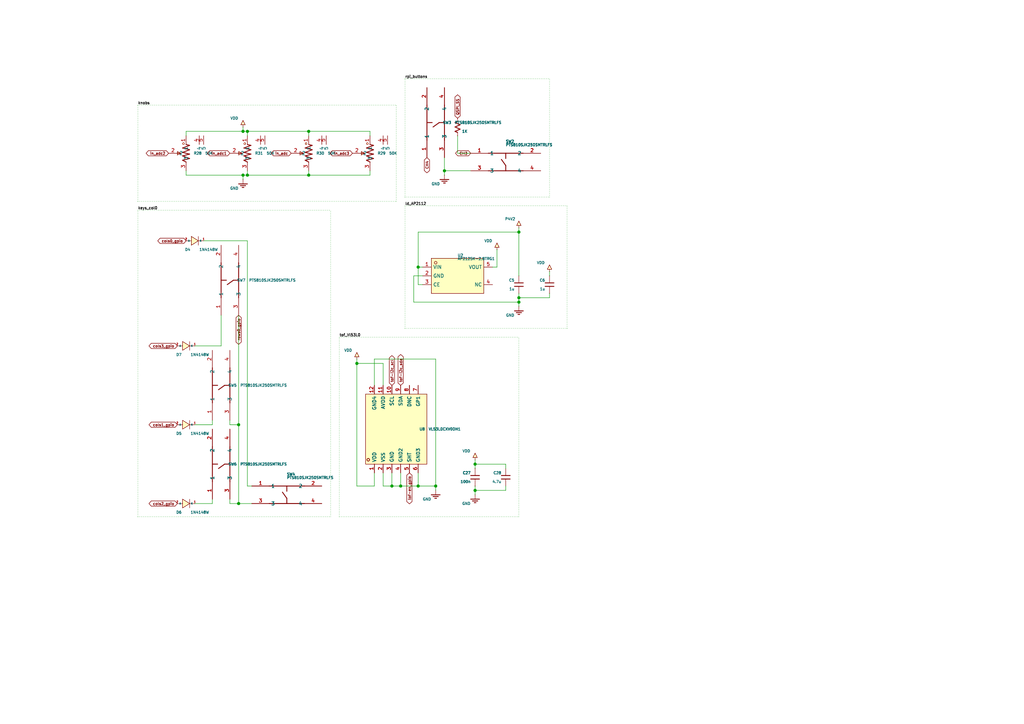
<source format=kicad_sch>
(kicad_sch (version 20230121) (generator eeschema)
  (paper "A4")
  (lib_symbols
    (symbol ""
      (property "Reference" "U" (at 2.54 1.27 0))
      (symbol "_1_0"
        (text "" (at 0 0 0) (effects (font (size 0 0))))
        (text "" (at 0 0 0) (effects (font (size 0 0))))
        (pin unspecified line (at 0 2.54 270) (length 0) (name "A") (number "~"))
        (pin unspecified line (at 0 -2.54 90) (length 0) (name "K") (number "~"))
      )
    )
    (symbol "ALTIUM_POWER_ARROW"
      (property "Value" "ALTIUM_POWER_ARROW" (at 6.35 -1.27 0))
      (symbol "ALTIUM_POWER_ARROW_1_0"
        (pin unspecified line (at 0 0 0) (length 0) (name "0") (number "~"))
      )
    )
    (symbol "ALTIUM_POWER_GND_POWER"
      (property "Value" "ALTIUM_POWER_GND_POWER" (at 6.35 -2.54 0))
      (symbol "ALTIUM_POWER_GND_POWER_1_0"
        (pin unspecified line (at 0 0 0) (length 0) (name "0") (number "~"))
      )
    )
    (symbol "AO6409"
      (property "Reference" "U" (at 0 5.54 0))
      (property "Value" "AO6409" (at 0 4.54 0))
      (symbol "AO6409_1_0"
        (pin unspecified line (at -7.62 2.54 0) (length 2.54) (name "D0") (number "~"))
        (pin unspecified line (at -7.62 0 0) (length 2.54) (name "D1") (number "~"))
        (pin unspecified line (at 7.62 0 180) (length 2.54) (name "D2") (number "~"))
        (pin unspecified line (at 7.62 2.54 180) (length 2.54) (name "D3") (number "~"))
        (pin unspecified line (at -7.62 -2.54 0) (length 2.54) (name "G") (number "~"))
        (pin unspecified line (at 7.62 -2.54 180) (length 2.54) (name "S") (number "~"))
      )
    )
    (symbol "AP2125K_2_8TRG1"
      (property "Reference" "U" (at 0 5.54 0))
      (property "Value" "AP2125K_2_8TRG1" (at 0 4.54 0))
      (symbol "AP2125K_2_8TRG1_1_0"
        (pin unspecified line (at -10.16 -2.54 0) (length 2.54) (name "CE") (number "~"))
        (pin unspecified line (at -10.16 0 0) (length 2.54) (name "GND") (number "~"))
        (pin unspecified line (at 10.16 -2.54 180) (length 2.54) (name "NC") (number "~"))
        (pin unspecified line (at -10.16 2.54 0) (length 2.54) (name "VIN") (number "~"))
        (pin unspecified line (at 10.16 2.54 180) (length 2.54) (name "VOUT") (number "~"))
      )
    )
    (symbol "BQ24078RGTR"
      (property "Reference" "U" (at 0 13.16 0))
      (property "Value" "BQ24078RGTR" (at 0 12.16 0))
      (symbol "BQ24078RGTR_1_0"
        (pin unspecified line (at -13.97 5.08 0) (length 2.54) (name "BAT0") (number "~"))
        (pin unspecified line (at -13.97 2.54 0) (length 2.54) (name "BAT1") (number "~"))
        (pin unspecified line (at -13.97 0 0) (length 2.54) (name "CE_NOT") (number "~"))
        (pin unspecified line (at 13.97 -10.16 180) (length 2.54) (name "CHG_NOT") (number "~"))
        (pin unspecified line (at -13.97 -5.08 0) (length 2.54) (name "EN1") (number "~"))
        (pin unspecified line (at -13.97 -2.54 0) (length 2.54) (name "EN2") (number "~"))
        (pin unspecified line (at 13.97 10.16 180) (length 2.54) (name "EP") (number "~"))
        (pin unspecified line (at 13.97 -2.54 180) (length 2.54) (name "ILIM") (number "~"))
        (pin unspecified line (at 13.97 0 180) (length 2.54) (name "IN") (number "~"))
        (pin unspecified line (at 13.97 7.62 180) (length 2.54) (name "ISET") (number "~"))
        (pin unspecified line (at 13.97 -7.62 180) (length 2.54) (name "OUT0") (number "~"))
        (pin unspecified line (at 13.97 -5.08 180) (length 2.54) (name "OUT1") (number "~"))
        (pin unspecified line (at -13.97 -7.62 0) (length 2.54) (name "PGOOD_NOT") (number "~"))
        (pin unspecified line (at 13.97 5.08 180) (length 2.54) (name "SYSOFF") (number "~"))
        (pin unspecified line (at 13.97 2.54 180) (length 2.54) (name "TMR") (number "~"))
        (pin unspecified line (at -13.97 7.62 0) (length 2.54) (name "TS") (number "~"))
        (pin unspecified line (at -13.97 -10.16 0) (length 2.54) (name "VSS") (number "~"))
      )
    )
    (symbol "BSN20"
      (property "Reference" "U" (at 0 5.54 0))
      (property "Value" "BSN20" (at 0 4.54 0))
      (symbol "BSN20_1_0"
        (pin unspecified line (at 2.54 5.08 270) (length 2.54) (name "D") (number "~"))
        (pin unspecified line (at -5.08 0 0) (length 2.54) (name "G") (number "~"))
        (pin unspecified line (at 2.54 -5.08 90) (length 2.54) (name "S") (number "~"))
      )
    )
    (symbol "BSS138_C713688"
      (property "Reference" "U" (at 0 5.54 0))
      (property "Value" "BSS138_C713688" (at 0 4.54 0))
      (symbol "BSS138_C713688_1_0"
        (pin unspecified line (at 0 5.08 270) (length 2.54) (name "D") (number "~"))
        (pin unspecified line (at -7.62 0 0) (length 2.54) (name "G") (number "~"))
        (pin unspecified line (at 0 -5.08 90) (length 2.54) (name "S") (number "~"))
      )
    )
    (symbol "C111117"
      (property "Reference" "X" (at 0 3 0))
      (property "Value" "C111117" (at 0 2 0))
      (symbol "C111117_1_0"
        (pin unspecified line (at -5.08 0 0) (length 2.54) (name "1") (number "1"))
        (pin unspecified line (at 5.08 0 180) (length 2.54) (name "2") (number "2"))
      )
    )
    (symbol "C112137"
      (property "Reference" "U" (at 0 6.81 0))
      (property "Value" "C112137" (at 0 5.81 0))
      (symbol "C112137_1_0"
        (pin unspecified line (at -10.16 3.81 0) (length 2.54) (name "SD_NOT") (number "1"))
        (pin unspecified line (at -10.16 1.27 0) (length 2.54) (name "NC") (number "2"))
        (pin unspecified line (at -10.16 -1.27 0) (length 2.54) (name "IN+") (number "3"))
        (pin unspecified line (at -10.16 -3.81 0) (length 2.54) (name "IN-") (number "4"))
        (pin unspecified line (at 10.16 -3.81 180) (length 2.54) (name "VO+") (number "5"))
        (pin unspecified line (at 10.16 -1.27 180) (length 2.54) (name "VDD") (number "6"))
        (pin unspecified line (at 10.16 1.27 180) (length 2.54) (name "GND") (number "7"))
        (pin unspecified line (at 10.16 3.81 180) (length 2.54) (name "VO-") (number "8"))
      )
    )
    (symbol "C115833"
      (property "Reference" "Q" (at 0 5.54 0))
      (property "Value" "C115833" (at 0 4.54 0))
      (symbol "C115833_1_0"
        (pin unspecified line (at -7.62 2.54 0) (length 2.54) (name "D0") (number "1"))
        (pin unspecified line (at -7.62 0 0) (length 2.54) (name "D1") (number "2"))
        (pin unspecified line (at -7.62 -2.54 0) (length 2.54) (name "G") (number "3"))
        (pin unspecified line (at 7.62 -2.54 180) (length 2.54) (name "S") (number "4"))
        (pin unspecified line (at 7.62 0 180) (length 2.54) (name "D2") (number "5"))
        (pin unspecified line (at 7.62 2.54 180) (length 2.54) (name "D3") (number "6"))
      )
    )
    (symbol "C116157"
      (property "Reference" "Q" (at 0 5.54 0))
      (property "Value" "C116157" (at 0 4.54 0))
      (symbol "C116157_1_0"
        (pin unspecified line (at -5.08 0 0) (length 2.54) (name "G") (number "1"))
        (pin unspecified line (at 2.54 -5.08 90) (length 2.54) (name "S") (number "2"))
        (pin unspecified line (at 2.54 5.08 270) (length 2.54) (name "D") (number "3"))
      )
    )
    (symbol "C176952"
      (property "Reference" "U" (at 0 5.54 0))
      (property "Value" "C176952" (at 0 4.54 0))
      (symbol "C176952_1_0"
        (pin unspecified line (at -10.16 2.54 0) (length 2.54) (name "VIN") (number "1"))
        (pin unspecified line (at -10.16 0 0) (length 2.54) (name "GND") (number "2"))
        (pin unspecified line (at -10.16 -2.54 0) (length 2.54) (name "CE") (number "3"))
        (pin unspecified line (at 10.16 -2.54 180) (length 2.54) (name "NC") (number "4"))
        (pin unspecified line (at 10.16 2.54 180) (length 2.54) (name "VOUT") (number "5"))
      )
    )
    (symbol "C18536"
      (property "Reference" "Q" (at 0 5.54 0))
      (property "Value" "C18536" (at 0 4.54 0))
      (symbol "C18536_1_0"
        (pin unspecified line (at 2.54 -5.08 90) (length 2.54) (name "E") (number "1"))
        (pin unspecified line (at -2.54 0 0) (length 2.54) (name "B") (number "2"))
        (pin unspecified line (at 2.54 5.08 270) (length 2.54) (name "C") (number "3"))
      )
    )
    (symbol "C221896"
      (property "Reference" "SW" (at 0 5.54 0))
      (property "Value" "C221896" (at 0 4.54 0))
      (symbol "C221896_1_0"
        (pin unspecified line (at -10.16 2.54 0) (length 5.08) (name "1") (number "1"))
        (pin unspecified line (at 10.16 2.54 180) (length 5.08) (name "2") (number "2"))
        (pin unspecified line (at -10.16 -2.54 0) (length 5.08) (name "3") (number "3"))
        (pin unspecified line (at 10.16 -2.54 180) (length 5.08) (name "4") (number "4"))
      )
    )
    (symbol "C221896_1"
      (property "Reference" "SW" (at 0 5.54 0))
      (property "Value" "C221896_1" (at 0 4.54 0))
      (symbol "C221896_1_1_0"
        (pin unspecified line (at -10.16 2.54 0) (length 5.08) (name "1") (number "1"))
        (pin unspecified line (at 10.16 2.54 180) (length 5.08) (name "2") (number "2"))
        (pin unspecified line (at -10.16 -2.54 0) (length 5.08) (name "3") (number "3"))
        (pin unspecified line (at 10.16 -2.54 180) (length 5.08) (name "4") (number "4"))
      )
    )
    (symbol "C221896_2"
      (property "Reference" "SW" (at 0 5.54 0))
      (property "Value" "C221896_2" (at 0 4.54 0))
      (symbol "C221896_2_1_0"
        (pin unspecified line (at -10.16 2.54 0) (length 5.08) (name "1") (number "1"))
        (pin unspecified line (at 10.16 2.54 180) (length 5.08) (name "2") (number "2"))
        (pin unspecified line (at -10.16 -2.54 0) (length 5.08) (name "3") (number "3"))
        (pin unspecified line (at 10.16 -2.54 180) (length 5.08) (name "4") (number "4"))
      )
    )
    (symbol "C221896_3"
      (property "Reference" "SW" (at 0 5.54 0))
      (property "Value" "C221896_3" (at 0 4.54 0))
      (symbol "C221896_3_1_0"
        (pin unspecified line (at -10.16 2.54 0) (length 5.08) (name "1") (number "1"))
        (pin unspecified line (at 10.16 2.54 180) (length 5.08) (name "2") (number "2"))
        (pin unspecified line (at -10.16 -2.54 0) (length 5.08) (name "3") (number "3"))
        (pin unspecified line (at 10.16 -2.54 180) (length 5.08) (name "4") (number "4"))
      )
    )
    (symbol "C221896_4"
      (property "Reference" "SW" (at 0 5.54 0))
      (property "Value" "C221896_4" (at 0 4.54 0))
      (symbol "C221896_4_1_0"
        (pin unspecified line (at -10.16 2.54 0) (length 5.08) (name "1") (number "1"))
        (pin unspecified line (at 10.16 2.54 180) (length 5.08) (name "2") (number "2"))
        (pin unspecified line (at -10.16 -2.54 0) (length 5.08) (name "3") (number "3"))
        (pin unspecified line (at 10.16 -2.54 180) (length 5.08) (name "4") (number "4"))
      )
    )
    (symbol "C221896_5"
      (property "Reference" "SW" (at 0 5.54 0))
      (property "Value" "C221896_5" (at 0 4.54 0))
      (symbol "C221896_5_1_0"
        (pin unspecified line (at -10.16 2.54 0) (length 5.08) (name "1") (number "1"))
        (pin unspecified line (at 10.16 2.54 180) (length 5.08) (name "2") (number "2"))
        (pin unspecified line (at -10.16 -2.54 0) (length 5.08) (name "3") (number "3"))
        (pin unspecified line (at 10.16 -2.54 180) (length 5.08) (name "4") (number "4"))
      )
    )
    (symbol "C221896_6"
      (property "Reference" "SW" (at 0 5.54 0))
      (property "Value" "C221896_6" (at 0 4.54 0))
      (symbol "C221896_6_1_0"
        (pin unspecified line (at -10.16 2.54 0) (length 5.08) (name "1") (number "1"))
        (pin unspecified line (at 10.16 2.54 180) (length 5.08) (name "2") (number "2"))
        (pin unspecified line (at -10.16 -2.54 0) (length 5.08) (name "3") (number "3"))
        (pin unspecified line (at 10.16 -2.54 180) (length 5.08) (name "4") (number "4"))
      )
    )
    (symbol "C221896_7"
      (property "Reference" "SW" (at 0 5.54 0))
      (property "Value" "C221896_7" (at 0 4.54 0))
      (symbol "C221896_7_1_0"
        (pin unspecified line (at -10.16 2.54 0) (length 5.08) (name "1") (number "1"))
        (pin unspecified line (at 10.16 2.54 180) (length 5.08) (name "2") (number "2"))
        (pin unspecified line (at -10.16 -2.54 0) (length 5.08) (name "3") (number "3"))
        (pin unspecified line (at 10.16 -2.54 180) (length 5.08) (name "4") (number "4"))
      )
    )
    (symbol "C221896_8"
      (property "Reference" "SW" (at 0 5.54 0))
      (property "Value" "C221896_8" (at 0 4.54 0))
      (symbol "C221896_8_1_0"
        (pin unspecified line (at -10.16 2.54 0) (length 5.08) (name "1") (number "1"))
        (pin unspecified line (at 10.16 2.54 180) (length 5.08) (name "2") (number "2"))
        (pin unspecified line (at -10.16 -2.54 0) (length 5.08) (name "3") (number "3"))
        (pin unspecified line (at 10.16 -2.54 180) (length 5.08) (name "4") (number "4"))
      )
    )
    (symbol "C221896_9"
      (property "Reference" "SW" (at 0 5.54 0))
      (property "Value" "C221896_9" (at 0 4.54 0))
      (symbol "C221896_9_1_0"
        (pin unspecified line (at -10.16 2.54 0) (length 5.08) (name "1") (number "1"))
        (pin unspecified line (at 10.16 2.54 180) (length 5.08) (name "2") (number "2"))
        (pin unspecified line (at -10.16 -2.54 0) (length 5.08) (name "3") (number "3"))
        (pin unspecified line (at 10.16 -2.54 180) (length 5.08) (name "4") (number "4"))
      )
    )
    (symbol "C2290"
      (property "Reference" "LED" (at 2.54 1.27 0))
      (property "Value" "C2290" (at 2.54 -1.27 0))
      (symbol "C2290_1_0"
        (text "" (at 0 0 0) (effects (font (size 0 0))))
        (text "" (at 0 0 0) (effects (font (size 0 0))))
        (pin unspecified line (at 0 2.54 270) (length 0) (name "A") (number "1"))
        (pin unspecified line (at 0 -2.54 90) (length 0) (name "K") (number "2"))
      )
    )
    (symbol "C2874119"
      (property "Reference" "LED" (at 0 8.08 0))
      (property "Value" "C2874119" (at 0 7.08 0))
      (symbol "C2874119_1_0"
        (pin unspecified line (at 5.08 0 180) (length 2.54) (name "1") (number "1"))
        (pin unspecified line (at -7.62 -5.08 0) (length 2.54) (name "B") (number "2"))
        (pin unspecified line (at -7.62 5.08 0) (length 2.54) (name "G") (number "3"))
        (pin unspecified line (at -7.62 0 0) (length 2.54) (name "R") (number "4"))
      )
    )
    (symbol "C2921483"
      (property "Reference" "U" (at 0 6.81 0))
      (property "Value" "C2921483" (at 0 5.81 0))
      (symbol "C2921483_1_0"
        (pin unspecified line (at -16.51 3.81 0) (length 2.54) (name "NOT_CS") (number "1"))
        (pin unspecified line (at -16.51 1.27 0) (length 2.54) (name "DO_IO1") (number "2"))
        (pin unspecified line (at -16.51 -1.27 0) (length 2.54) (name "IO2") (number "3"))
        (pin unspecified line (at -16.51 -3.81 0) (length 2.54) (name "GND") (number "4"))
        (pin unspecified line (at 16.51 -3.81 180) (length 2.54) (name "DI_IO0") (number "5"))
        (pin unspecified line (at 16.51 -1.27 180) (length 2.54) (name "CLK") (number "6"))
        (pin unspecified line (at 16.51 1.27 180) (length 2.54) (name "IO") (number "7"))
        (pin unspecified line (at 16.51 3.81 180) (length 2.54) (name "VCC") (number "8"))
      )
    )
    (symbol "C294620"
      (property "Reference" "D" (at 0 8.08 0))
      (property "Value" "C294620" (at 0 7.08 0))
      (symbol "C294620_1_0"
        (pin unspecified line (at -10.16 5.08 0) (length 2.54) (name "CH1") (number "1"))
        (pin unspecified line (at 10.16 5.08 180) (length 2.54) (name "nc3") (number "10"))
        (pin unspecified line (at -10.16 2.54 0) (length 2.54) (name "CH2") (number "2"))
        (pin unspecified line (at -10.16 0 0) (length 2.54) (name "GND0") (number "3"))
        (pin unspecified line (at -10.16 -2.54 0) (length 2.54) (name "CH3") (number "4"))
        (pin unspecified line (at -10.16 -5.08 0) (length 2.54) (name "CH4") (number "5"))
        (pin unspecified line (at 10.16 -5.08 180) (length 2.54) (name "nc0") (number "6"))
        (pin unspecified line (at 10.16 -2.54 180) (length 2.54) (name "nc1") (number "7"))
        (pin unspecified line (at 10.16 0 180) (length 2.54) (name "GND1") (number "8"))
        (pin unspecified line (at 10.16 2.54 180) (length 2.54) (name "nc2") (number "9"))
      )
    )
    (symbol "C470291"
      (property "Reference" "R" (at 0 5.54 0))
      (property "Value" "C470291" (at 0 4.54 0))
      (symbol "C470291_1_0"
        (pin unspecified line (at 5.08 0 180) (length 2.54) (name "1") (number "1"))
        (pin unspecified line (at 0 5.08 270) (length 2.54) (name "2") (number "2"))
        (pin unspecified line (at -5.08 0 0) (length 2.54) (name "3") (number "3"))
        (pin unspecified line (at 5.08 -3.81 180) (length 2.54) (name "4") (number "4"))
        (pin unspecified line (at 5.08 -5.08 180) (length 2.54) (name "5") (number "5"))
      )
    )
    (symbol "C470291_1"
      (property "Reference" "R" (at 0 5.54 0))
      (property "Value" "C470291_1" (at 0 4.54 0))
      (symbol "C470291_1_1_0"
        (pin unspecified line (at 5.08 0 180) (length 2.54) (name "1") (number "1"))
        (pin unspecified line (at 0 5.08 270) (length 2.54) (name "2") (number "2"))
        (pin unspecified line (at -5.08 0 0) (length 2.54) (name "3") (number "3"))
        (pin unspecified line (at 5.08 -3.81 180) (length 2.54) (name "4") (number "4"))
        (pin unspecified line (at 5.08 -5.08 180) (length 2.54) (name "5") (number "5"))
      )
    )
    (symbol "C473396"
      (property "Reference" "U" (at 0 13.16 0))
      (property "Value" "C473396" (at 0 12.16 0))
      (symbol "C473396_1_0"
        (pin unspecified line (at -13.97 7.62 0) (length 2.54) (name "TS") (number "1"))
        (pin unspecified line (at 13.97 -7.62 180) (length 2.54) (name "OUT0") (number "10"))
        (pin unspecified line (at 13.97 -5.08 180) (length 2.54) (name "OUT1") (number "11"))
        (pin unspecified line (at 13.97 -2.54 180) (length 2.54) (name "ILIM") (number "12"))
        (pin unspecified line (at 13.97 0 180) (length 2.54) (name "IN") (number "13"))
        (pin unspecified line (at 13.97 2.54 180) (length 2.54) (name "TMR") (number "14"))
        (pin unspecified line (at 13.97 5.08 180) (length 2.54) (name "SYSOFF") (number "15"))
        (pin unspecified line (at 13.97 7.62 180) (length 2.54) (name "ISET") (number "16"))
        (pin unspecified line (at 13.97 10.16 180) (length 2.54) (name "EP") (number "17"))
        (pin unspecified line (at -13.97 5.08 0) (length 2.54) (name "BAT0") (number "2"))
        (pin unspecified line (at -13.97 2.54 0) (length 2.54) (name "BAT1") (number "3"))
        (pin unspecified line (at -13.97 0 0) (length 2.54) (name "CE_NOT") (number "4"))
        (pin unspecified line (at -13.97 -2.54 0) (length 2.54) (name "EN2") (number "5"))
        (pin unspecified line (at -13.97 -5.08 0) (length 2.54) (name "EN1") (number "6"))
        (pin unspecified line (at -13.97 -7.62 0) (length 2.54) (name "PGOOD_NOT") (number "7"))
        (pin unspecified line (at -13.97 -10.16 0) (length 2.54) (name "VSS") (number "8"))
        (pin unspecified line (at 13.97 -10.16 180) (length 2.54) (name "CHG_NOT") (number "9"))
      )
    )
    (symbol "C47647"
      (property "Reference" "CN" (at 0 6.81 0))
      (property "Value" "C47647" (at 0 5.81 0))
      (symbol "C47647_1_0"
        (pin unspecified line (at -3.81 1.27 0) (length 2.54) (name "1") (number "1"))
        (pin unspecified line (at -3.81 -1.27 0) (length 2.54) (name "2") (number "2"))
        (pin unspecified line (at 2.54 -6.35 90) (length 2.54) (name "3") (number "3"))
        (pin unspecified line (at 2.54 6.35 270) (length 2.54) (name "4") (number "4"))
      )
    )
    (symbol "C530613"
      (property "Reference" "USB" (at 0 16.97 0))
      (property "Value" "C530613" (at 0 15.97 0))
      (symbol "C530613_1_0"
        (pin unspecified line (at -11.43 13.97 0) (length 2.54) (name "GND0") (number "1"))
        (pin unspecified line (at -11.43 -8.89 0) (length 2.54) (name "VBUS1") (number "10"))
        (pin unspecified line (at -11.43 -11.43 0) (length 2.54) (name "SBU1") (number "11"))
        (pin unspecified line (at -11.43 -13.97 0) (length 2.54) (name "GND1") (number "12"))
        (pin unspecified line (at 10.16 -3.81 180) (length 2.54) (name "SHELL0") (number "13"))
        (pin unspecified line (at 10.16 -1.27 180) (length 2.54) (name "SHELL1") (number "14"))
        (pin unspecified line (at 10.16 1.27 180) (length 2.54) (name "SHELL2") (number "15"))
        (pin unspecified line (at 10.16 3.81 180) (length 2.54) (name "SHELL3") (number "16"))
        (pin unspecified line (at -11.43 11.43 0) (length 2.54) (name "CC1") (number "2"))
        (pin unspecified line (at -11.43 8.89 0) (length 2.54) (name "VBUS0") (number "3"))
        (pin unspecified line (at -11.43 6.35 0) (length 2.54) (name "D+0") (number "4"))
        (pin unspecified line (at -11.43 3.81 0) (length 2.54) (name "SBU2") (number "5"))
        (pin unspecified line (at -11.43 1.27 0) (length 2.54) (name "D-0") (number "6"))
        (pin unspecified line (at -11.43 -1.27 0) (length 2.54) (name "D+1") (number "7"))
        (pin unspecified line (at -11.43 -3.81 0) (length 2.54) (name "CC2") (number "8"))
        (pin unspecified line (at -11.43 -6.35 0) (length 2.54) (name "D-1") (number "9"))
      )
    )
    (symbol "C713688"
      (property "Reference" "Q" (at 0 5.54 0))
      (property "Value" "C713688" (at 0 4.54 0))
      (symbol "C713688_1_0"
        (pin unspecified line (at -7.62 0 0) (length 2.54) (name "G") (number "1"))
        (pin unspecified line (at 0 -5.08 90) (length 2.54) (name "S") (number "2"))
        (pin unspecified line (at 0 5.08 270) (length 2.54) (name "D") (number "3"))
      )
    )
    (symbol "C778186"
      (property "Reference" "SW" (at 0 3 0))
      (property "Value" "C778186" (at 0 2 0))
      (symbol "C778186_1_0"
        (text "A" (at -3.048 2.54 0) (effects (font (size 1 1)) (justify left)))
        (text "B" (at 2.032 3.556 0) (effects (font (size 1 1)) (justify left)))
        (pin unspecified line (at -5.08 -5.08 90) (length 4.318) (name "1") (number "1"))
        (pin unspecified line (at 0 -5.08 90) (length 4.318) (name "2") (number "2"))
        (pin unspecified line (at 5.08 -5.08 90) (length 4.318) (name "3") (number "3"))
        (pin unspecified line (at 7.62 -5.08 90) (length 5.08) (name "4") (number "4"))
        (pin unspecified line (at 10.16 -5.08 90) (length 5.08) (name "5") (number "5"))
        (pin unspecified line (at -7.62 -5.08 90) (length 5.08) (name "6") (number "6"))
        (pin unspecified line (at -10.16 -5.08 90) (length 5.08) (name "7") (number "7"))
      )
    )
    (symbol "C81598"
      (property "Reference" "D" (at 2.54 1.27 0))
      (property "Value" "C81598" (at 2.54 -1.27 0))
      (symbol "C81598_1_0"
        (text "" (at 0 0 0) (effects (font (size 0 0))))
        (text "" (at 0 0 0) (effects (font (size 0 0))))
        (pin unspecified line (at 0 -2.54 90) (length 0) (name "K") (number "1"))
        (pin unspecified line (at 0 2.54 270) (length 0) (name "A") (number "2"))
      )
    )
    (symbol "C81598_1"
      (property "Reference" "D" (at 2.54 1.27 0))
      (property "Value" "C81598_1" (at 2.54 -1.27 0))
      (symbol "C81598_1_1_0"
        (text "" (at 0 0 0) (effects (font (size 0 0))))
        (text "" (at 0 0 0) (effects (font (size 0 0))))
        (pin unspecified line (at 0 -2.54 90) (length 0) (name "K") (number "1"))
        (pin unspecified line (at 0 2.54 270) (length 0) (name "A") (number "2"))
      )
    )
    (symbol "C81598_2"
      (property "Reference" "D" (at 2.54 1.27 0))
      (property "Value" "C81598_2" (at 2.54 -1.27 0))
      (symbol "C81598_2_1_0"
        (text "" (at 0 0 0) (effects (font (size 0 0))))
        (text "" (at 0 0 0) (effects (font (size 0 0))))
        (pin unspecified line (at 0 -2.54 90) (length 0) (name "K") (number "1"))
        (pin unspecified line (at 0 2.54 270) (length 0) (name "A") (number "2"))
      )
    )
    (symbol "C81598_3"
      (property "Reference" "D" (at 2.54 1.27 0))
      (property "Value" "C81598_3" (at 2.54 -1.27 0))
      (symbol "C81598_3_1_0"
        (text "" (at 0 0 0) (effects (font (size 0 0))))
        (text "" (at 0 0 0) (effects (font (size 0 0))))
        (pin unspecified line (at 0 -2.54 90) (length 0) (name "K") (number "1"))
        (pin unspecified line (at 0 2.54 270) (length 0) (name "A") (number "2"))
      )
    )
    (symbol "C81598_4"
      (property "Reference" "D" (at 2.54 1.27 0))
      (property "Value" "C81598_4" (at 2.54 -1.27 0))
      (symbol "C81598_4_1_0"
        (text "" (at 0 0 0) (effects (font (size 0 0))))
        (text "" (at 0 0 0) (effects (font (size 0 0))))
        (pin unspecified line (at 0 -2.54 90) (length 0) (name "K") (number "1"))
        (pin unspecified line (at 0 2.54 270) (length 0) (name "A") (number "2"))
      )
    )
    (symbol "C81598_5"
      (property "Reference" "D" (at 2.54 1.27 0))
      (property "Value" "C81598_5" (at 2.54 -1.27 0))
      (symbol "C81598_5_1_0"
        (text "" (at 0 0 0) (effects (font (size 0 0))))
        (text "" (at 0 0 0) (effects (font (size 0 0))))
        (pin unspecified line (at 0 -2.54 90) (length 0) (name "K") (number "1"))
        (pin unspecified line (at 0 2.54 270) (length 0) (name "A") (number "2"))
      )
    )
    (symbol "C81598_6"
      (property "Reference" "D" (at 2.54 1.27 0))
      (property "Value" "C81598_6" (at 2.54 -1.27 0))
      (symbol "C81598_6_1_0"
        (text "" (at 0 0 0) (effects (font (size 0 0))))
        (text "" (at 0 0 0) (effects (font (size 0 0))))
        (pin unspecified line (at 0 -2.54 90) (length 0) (name "K") (number "1"))
        (pin unspecified line (at 0 2.54 270) (length 0) (name "A") (number "2"))
      )
    )
    (symbol "C81598_7"
      (property "Reference" "D" (at 2.54 1.27 0))
      (property "Value" "C81598_7" (at 2.54 -1.27 0))
      (symbol "C81598_7_1_0"
        (text "" (at 0 0 0) (effects (font (size 0 0))))
        (text "" (at 0 0 0) (effects (font (size 0 0))))
        (pin unspecified line (at 0 -2.54 90) (length 0) (name "K") (number "1"))
        (pin unspecified line (at 0 2.54 270) (length 0) (name "A") (number "2"))
      )
    )
    (symbol "C91199"
      (property "Reference" "U" (at 0 9.35 0))
      (property "Value" "C91199" (at 0 8.35 0))
      (symbol "C91199_1_0"
        (pin unspecified line (at -12.7 6.35 0) (length 2.54) (name "VDD") (number "1"))
        (pin unspecified line (at 12.7 1.27 180) (length 2.54) (name "SCL") (number "10"))
        (pin unspecified line (at 12.7 3.81 180) (length 2.54) (name "AVDD") (number "11"))
        (pin unspecified line (at 12.7 6.35 180) (length 2.54) (name "GND4") (number "12"))
        (pin unspecified line (at -12.7 3.81 0) (length 2.54) (name "VSS") (number "2"))
        (pin unspecified line (at -12.7 1.27 0) (length 2.54) (name "GND") (number "3"))
        (pin unspecified line (at -12.7 -1.27 0) (length 2.54) (name "GND2") (number "4"))
        (pin unspecified line (at -12.7 -3.81 0) (length 2.54) (name "SHT") (number "5"))
        (pin unspecified line (at -12.7 -6.35 0) (length 2.54) (name "GND3") (number "6"))
        (pin unspecified line (at 12.7 -6.35 180) (length 2.54) (name "GP1") (number "7"))
        (pin unspecified line (at 12.7 -3.81 180) (length 2.54) (name "DNC") (number "8"))
        (pin unspecified line (at 12.7 -1.27 180) (length 2.54) (name "SDA") (number "9"))
      )
    )
    (symbol "C965561"
      (property "Reference" "LED" (at 0 5.54 0))
      (property "Value" "C965561" (at 0 4.54 0))
      (symbol "C965561_1_0"
        (pin unspecified line (at -8.89 2.54 0) (length 2.54) (name "BI") (number "1"))
        (pin unspecified line (at -8.89 0 0) (length 2.54) (name "DI") (number "2"))
        (pin unspecified line (at -8.89 -2.54 0) (length 2.54) (name "VDD") (number "3"))
        (pin unspecified line (at 8.89 -2.54 180) (length 2.54) (name "DO") (number "4"))
        (pin unspecified line (at 8.89 0 180) (length 2.54) (name "BO") (number "5"))
        (pin unspecified line (at 8.89 2.54 180) (length 2.54) (name "GND") (number "6"))
      )
    )
    (symbol "GND" (power)
      (property "Reference" "#PWR" (at 35 60 0))
      (property "Value" "GND" (at -2.54 -2.54 0))
      (symbol "GND_1_0"
        (pin power_in line (at 0 0 270) (length 0) (name "GND") (number "~"))
      )
    )
    (symbol "Generic_green_LED_0603"
      (property "Reference" "D" (at 2.54 1.27 0))
      (property "Value" "Generic_green_LED_0603" (at 2.54 -1.27 0))
      (symbol "Generic_green_LED_0603_1_0"
        (pin unspecified line (at 0 2.54 270) (length 0) (name "a") (number "a"))
        (pin unspecified line (at 0 -2.54 90) (length 0) (name "c") (number "c"))
      )
    )
    (symbol "Generic_red_LED_0603"
      (property "Reference" "D" (at 2.54 1.27 0))
      (property "Value" "Generic_red_LED_0603" (at 2.54 -1.27 0))
      (symbol "Generic_red_LED_0603_1_0"
        (pin unspecified line (at 0 2.54 270) (length 0) (name "a") (number "a"))
        (pin unspecified line (at 0 -2.54 90) (length 0) (name "c") (number "c"))
      )
    )
    (symbol "HC_49SM12MHz20pF30ppm"
      (property "Reference" "U" (at 0 3 0))
      (property "Value" "HC_49SM12MHz20pF30ppm" (at 0 2 0))
      (symbol "HC_49SM12MHz20pF30ppm_1_0"
        (pin unspecified line (at -5.08 0 0) (length 2.54) (name "1") (number "~"))
        (pin unspecified line (at 5.08 0 180) (length 2.54) (name "2") (number "~"))
      )
    )
    (symbol "MK_12C02_G025"
      (property "Reference" "U" (at 0 3 0))
      (property "Value" "MK_12C02_G025" (at 0 2 0))
      (symbol "MK_12C02_G025_1_0"
        (text "A" (at -3.048 2.54 0) (effects (font (size 1 1)) (justify left)))
        (text "B" (at 2.032 3.556 0) (effects (font (size 1 1)) (justify left)))
        (pin unspecified line (at -5.08 -5.08 90) (length 4.318) (name "1") (number "~"))
        (pin unspecified line (at 0 -5.08 90) (length 4.318) (name "2") (number "~"))
        (pin unspecified line (at 5.08 -5.08 90) (length 4.318) (name "3") (number "~"))
        (pin unspecified line (at 7.62 -5.08 90) (length 5.08) (name "4") (number "~"))
        (pin unspecified line (at 10.16 -5.08 90) (length 5.08) (name "5") (number "~"))
        (pin unspecified line (at -7.62 -5.08 90) (length 5.08) (name "6") (number "~"))
        (pin unspecified line (at -10.16 -5.08 90) (length 5.08) (name "7") (number "~"))
      )
    )
    (symbol "NH_Z1921RGBA_SF"
      (property "Reference" "U" (at 0 8.08 0))
      (property "Value" "NH_Z1921RGBA_SF" (at 0 7.08 0))
      (symbol "NH_Z1921RGBA_SF_1_0"
        (pin unspecified line (at 5.08 0 180) (length 2.54) (name "1") (number "~"))
        (pin unspecified line (at -7.62 -5.08 0) (length 2.54) (name "B") (number "~"))
        (pin unspecified line (at -7.62 5.08 0) (length 2.54) (name "G") (number "~"))
        (pin unspecified line (at -7.62 0 0) (length 2.54) (name "R") (number "~"))
      )
    )
    (symbol "P4V2" (power)
      (property "Reference" "#PWR" (at 35 60 0))
      (property "Value" "P4V2" (at -2.54 2.54 0))
      (symbol "P4V2_1_0"
        (pin power_in line (at 0 0 90) (length 0) (name "P4V2") (number "~"))
      )
    )
    (symbol "PAM8302AADCR"
      (property "Reference" "U" (at 0 6.81 0))
      (property "Value" "PAM8302AADCR" (at 0 5.81 0))
      (symbol "PAM8302AADCR_1_0"
        (pin unspecified line (at 10.16 1.27 180) (length 2.54) (name "GND") (number "~"))
        (pin unspecified line (at -10.16 -1.27 0) (length 2.54) (name "IN+") (number "~"))
        (pin unspecified line (at -10.16 -3.81 0) (length 2.54) (name "IN-") (number "~"))
        (pin unspecified line (at -10.16 1.27 0) (length 2.54) (name "NC") (number "~"))
        (pin unspecified line (at -10.16 3.81 0) (length 2.54) (name "SD_NOT") (number "~"))
        (pin unspecified line (at 10.16 -1.27 180) (length 2.54) (name "VDD") (number "~"))
        (pin unspecified line (at 10.16 -3.81 180) (length 2.54) (name "VO+") (number "~"))
        (pin unspecified line (at 10.16 3.81 180) (length 2.54) (name "VO-") (number "~"))
      )
    )
    (symbol "PH2_0_2PWB"
      (property "Reference" "U" (at 0 6.81 0))
      (property "Value" "PH2_0_2PWB" (at 0 5.81 0))
      (symbol "PH2_0_2PWB_1_0"
        (pin unspecified line (at -3.81 1.27 0) (length 2.54) (name "1") (number "~"))
        (pin unspecified line (at -3.81 -1.27 0) (length 2.54) (name "2") (number "~"))
        (pin unspecified line (at 2.54 -6.35 90) (length 2.54) (name "3") (number "~"))
        (pin unspecified line (at 2.54 6.35 270) (length 2.54) (name "4") (number "~"))
      )
    )
    (symbol "PTS810SJK250SMTRLFS"
      (property "Reference" "U" (at 0 5.54 0))
      (property "Value" "PTS810SJK250SMTRLFS" (at 0 4.54 0))
      (symbol "PTS810SJK250SMTRLFS_1_0"
        (pin unspecified line (at -10.16 2.54 0) (length 5.08) (name "1") (number "~"))
        (pin unspecified line (at 10.16 2.54 180) (length 5.08) (name "2") (number "~"))
        (pin unspecified line (at -10.16 -2.54 0) (length 5.08) (name "3") (number "~"))
        (pin unspecified line (at 10.16 -2.54 180) (length 5.08) (name "4") (number "~"))
      )
    )
    (symbol "PTS810SJK250SMTRLFS_1"
      (property "Reference" "U" (at 0 5.54 0))
      (property "Value" "PTS810SJK250SMTRLFS_1" (at 0 4.54 0))
      (symbol "PTS810SJK250SMTRLFS_1_1_0"
        (pin unspecified line (at -10.16 2.54 0) (length 5.08) (name "1") (number "~"))
        (pin unspecified line (at 10.16 2.54 180) (length 5.08) (name "2") (number "~"))
        (pin unspecified line (at -10.16 -2.54 0) (length 5.08) (name "3") (number "~"))
        (pin unspecified line (at 10.16 -2.54 180) (length 5.08) (name "4") (number "~"))
      )
    )
    (symbol "PTS810SJK250SMTRLFS_2"
      (property "Reference" "U" (at 0 5.54 0))
      (property "Value" "PTS810SJK250SMTRLFS_2" (at 0 4.54 0))
      (symbol "PTS810SJK250SMTRLFS_2_1_0"
        (pin unspecified line (at -10.16 2.54 0) (length 5.08) (name "1") (number "~"))
        (pin unspecified line (at 10.16 2.54 180) (length 5.08) (name "2") (number "~"))
        (pin unspecified line (at -10.16 -2.54 0) (length 5.08) (name "3") (number "~"))
        (pin unspecified line (at 10.16 -2.54 180) (length 5.08) (name "4") (number "~"))
      )
    )
    (symbol "PTS810SJK250SMTRLFS_3"
      (property "Reference" "U" (at 0 5.54 0))
      (property "Value" "PTS810SJK250SMTRLFS_3" (at 0 4.54 0))
      (symbol "PTS810SJK250SMTRLFS_3_1_0"
        (pin unspecified line (at -10.16 2.54 0) (length 5.08) (name "1") (number "~"))
        (pin unspecified line (at 10.16 2.54 180) (length 5.08) (name "2") (number "~"))
        (pin unspecified line (at -10.16 -2.54 0) (length 5.08) (name "3") (number "~"))
        (pin unspecified line (at 10.16 -2.54 180) (length 5.08) (name "4") (number "~"))
      )
    )
    (symbol "PTS810SJK250SMTRLFS_4"
      (property "Reference" "U" (at 0 5.54 0))
      (property "Value" "PTS810SJK250SMTRLFS_4" (at 0 4.54 0))
      (symbol "PTS810SJK250SMTRLFS_4_1_0"
        (pin unspecified line (at -10.16 2.54 0) (length 5.08) (name "1") (number "~"))
        (pin unspecified line (at 10.16 2.54 180) (length 5.08) (name "2") (number "~"))
        (pin unspecified line (at -10.16 -2.54 0) (length 5.08) (name "3") (number "~"))
        (pin unspecified line (at 10.16 -2.54 180) (length 5.08) (name "4") (number "~"))
      )
    )
    (symbol "PTS810SJK250SMTRLFS_5"
      (property "Reference" "U" (at 0 5.54 0))
      (property "Value" "PTS810SJK250SMTRLFS_5" (at 0 4.54 0))
      (symbol "PTS810SJK250SMTRLFS_5_1_0"
        (pin unspecified line (at -10.16 2.54 0) (length 5.08) (name "1") (number "~"))
        (pin unspecified line (at 10.16 2.54 180) (length 5.08) (name "2") (number "~"))
        (pin unspecified line (at -10.16 -2.54 0) (length 5.08) (name "3") (number "~"))
        (pin unspecified line (at 10.16 -2.54 180) (length 5.08) (name "4") (number "~"))
      )
    )
    (symbol "PTS810SJK250SMTRLFS_6"
      (property "Reference" "U" (at 0 5.54 0))
      (property "Value" "PTS810SJK250SMTRLFS_6" (at 0 4.54 0))
      (symbol "PTS810SJK250SMTRLFS_6_1_0"
        (pin unspecified line (at -10.16 2.54 0) (length 5.08) (name "1") (number "~"))
        (pin unspecified line (at 10.16 2.54 180) (length 5.08) (name "2") (number "~"))
        (pin unspecified line (at -10.16 -2.54 0) (length 5.08) (name "3") (number "~"))
        (pin unspecified line (at 10.16 -2.54 180) (length 5.08) (name "4") (number "~"))
      )
    )
    (symbol "PTS810SJK250SMTRLFS_7"
      (property "Reference" "U" (at 0 5.54 0))
      (property "Value" "PTS810SJK250SMTRLFS_7" (at 0 4.54 0))
      (symbol "PTS810SJK250SMTRLFS_7_1_0"
        (pin unspecified line (at -10.16 2.54 0) (length 5.08) (name "1") (number "~"))
        (pin unspecified line (at 10.16 2.54 180) (length 5.08) (name "2") (number "~"))
        (pin unspecified line (at -10.16 -2.54 0) (length 5.08) (name "3") (number "~"))
        (pin unspecified line (at 10.16 -2.54 180) (length 5.08) (name "4") (number "~"))
      )
    )
    (symbol "PTS810SJK250SMTRLFS_8"
      (property "Reference" "U" (at 0 5.54 0))
      (property "Value" "PTS810SJK250SMTRLFS_8" (at 0 4.54 0))
      (symbol "PTS810SJK250SMTRLFS_8_1_0"
        (pin unspecified line (at -10.16 2.54 0) (length 5.08) (name "1") (number "~"))
        (pin unspecified line (at 10.16 2.54 180) (length 5.08) (name "2") (number "~"))
        (pin unspecified line (at -10.16 -2.54 0) (length 5.08) (name "3") (number "~"))
        (pin unspecified line (at 10.16 -2.54 180) (length 5.08) (name "4") (number "~"))
      )
    )
    (symbol "PTS810SJK250SMTRLFS_9"
      (property "Reference" "U" (at 0 5.54 0))
      (property "Value" "PTS810SJK250SMTRLFS_9" (at 0 4.54 0))
      (symbol "PTS810SJK250SMTRLFS_9_1_0"
        (pin unspecified line (at -10.16 2.54 0) (length 5.08) (name "1") (number "~"))
        (pin unspecified line (at 10.16 2.54 180) (length 5.08) (name "2") (number "~"))
        (pin unspecified line (at -10.16 -2.54 0) (length 5.08) (name "3") (number "~"))
        (pin unspecified line (at 10.16 -2.54 180) (length 5.08) (name "4") (number "~"))
      )
    )
    (symbol "PUSB3FR4"
      (property "Reference" "U" (at 0 8.08 0))
      (property "Value" "PUSB3FR4" (at 0 7.08 0))
      (symbol "PUSB3FR4_1_0"
        (pin unspecified line (at -10.16 5.08 0) (length 2.54) (name "CH1") (number "~"))
        (pin unspecified line (at -10.16 2.54 0) (length 2.54) (name "CH2") (number "~"))
        (pin unspecified line (at -10.16 -2.54 0) (length 2.54) (name "CH3") (number "~"))
        (pin unspecified line (at -10.16 -5.08 0) (length 2.54) (name "CH4") (number "~"))
        (pin unspecified line (at -10.16 0 0) (length 2.54) (name "GND0") (number "~"))
        (pin unspecified line (at 10.16 0 180) (length 2.54) (name "GND1") (number "~"))
        (pin unspecified line (at 10.16 -5.08 180) (length 2.54) (name "nc0") (number "~"))
        (pin unspecified line (at 10.16 -2.54 180) (length 2.54) (name "nc1") (number "~"))
        (pin unspecified line (at 10.16 2.54 180) (length 2.54) (name "nc2") (number "~"))
        (pin unspecified line (at 10.16 5.08 180) (length 2.54) (name "nc3") (number "~"))
      )
    )
    (symbol "RK09K1130ACL"
      (property "Reference" "U" (at 0 5.54 0))
      (property "Value" "RK09K1130ACL" (at 0 4.54 0))
      (symbol "RK09K1130ACL_1_0"
        (pin unspecified line (at 5.08 0 180) (length 2.54) (name "1") (number "~"))
        (pin unspecified line (at 0 5.08 270) (length 2.54) (name "2") (number "~"))
        (pin unspecified line (at -5.08 0 0) (length 2.54) (name "3") (number "~"))
        (pin unspecified line (at 5.08 -3.81 180) (length 2.54) (name "4") (number "~"))
        (pin unspecified line (at 5.08 -5.08 180) (length 2.54) (name "5") (number "~"))
      )
    )
    (symbol "RK09K1130ACL_1"
      (property "Reference" "U" (at 0 5.54 0))
      (property "Value" "RK09K1130ACL_1" (at 0 4.54 0))
      (symbol "RK09K1130ACL_1_1_0"
        (pin unspecified line (at 5.08 0 180) (length 2.54) (name "1") (number "~"))
        (pin unspecified line (at 0 5.08 270) (length 2.54) (name "2") (number "~"))
        (pin unspecified line (at -5.08 0 0) (length 2.54) (name "3") (number "~"))
        (pin unspecified line (at 5.08 -3.81 180) (length 2.54) (name "4") (number "~"))
        (pin unspecified line (at 5.08 -5.08 180) (length 2.54) (name "5") (number "~"))
      )
    )
    (symbol "Sym2n3904S_RTK_PS_C18536"
      (property "Reference" "U" (at 0 5.54 0))
      (property "Value" "Sym2n3904S_RTK_PS_C18536" (at 0 4.54 0))
      (symbol "Sym2n3904S_RTK_PS_C18536_1_0"
        (pin unspecified line (at -2.54 0 0) (length 2.54) (name "B") (number "~"))
        (pin unspecified line (at 2.54 5.08 270) (length 2.54) (name "C") (number "~"))
        (pin unspecified line (at 2.54 -5.08 90) (length 2.54) (name "E") (number "~"))
      )
    )
    (symbol "Sym_1"
      (property "Reference" "U" (at 2.54 1.27 0))
      (property "Value" "Sym_1" (at 2.54 -1.27 0))
      (symbol "Sym_1_1_0"
        (text "" (at 0 0 0) (effects (font (size 0 0))))
        (text "" (at 0 0 0) (effects (font (size 0 0))))
        (pin unspecified line (at 0 2.54 270) (length 0) (name "A") (number "~"))
        (pin unspecified line (at 0 -2.54 90) (length 0) (name "K") (number "~"))
      )
    )
    (symbol "Sym_2"
      (property "Reference" "U" (at 2.54 1.27 0))
      (property "Value" "Sym_2" (at 2.54 -1.27 0))
      (symbol "Sym_2_1_0"
        (text "" (at 0 0 0) (effects (font (size 0 0))))
        (text "" (at 0 0 0) (effects (font (size 0 0))))
        (pin unspecified line (at 0 2.54 270) (length 0) (name "A") (number "~"))
        (pin unspecified line (at 0 -2.54 90) (length 0) (name "K") (number "~"))
      )
    )
    (symbol "Sym_3"
      (property "Reference" "U" (at 2.54 1.27 0))
      (property "Value" "Sym_3" (at 2.54 -1.27 0))
      (symbol "Sym_3_1_0"
        (text "" (at 0 0 0) (effects (font (size 0 0))))
        (text "" (at 0 0 0) (effects (font (size 0 0))))
        (pin unspecified line (at 0 2.54 270) (length 0) (name "A") (number "~"))
        (pin unspecified line (at 0 -2.54 90) (length 0) (name "K") (number "~"))
      )
    )
    (symbol "Sym_4"
      (property "Reference" "U" (at 2.54 1.27 0))
      (property "Value" "Sym_4" (at 2.54 -1.27 0))
      (symbol "Sym_4_1_0"
        (text "" (at 0 0 0) (effects (font (size 0 0))))
        (text "" (at 0 0 0) (effects (font (size 0 0))))
        (pin unspecified line (at 0 2.54 270) (length 0) (name "A") (number "~"))
        (pin unspecified line (at 0 -2.54 90) (length 0) (name "K") (number "~"))
      )
    )
    (symbol "Sym_5"
      (property "Reference" "U" (at 2.54 1.27 0))
      (property "Value" "Sym_5" (at 2.54 -1.27 0))
      (symbol "Sym_5_1_0"
        (text "" (at 0 0 0) (effects (font (size 0 0))))
        (text "" (at 0 0 0) (effects (font (size 0 0))))
        (pin unspecified line (at 0 2.54 270) (length 0) (name "A") (number "~"))
        (pin unspecified line (at 0 -2.54 90) (length 0) (name "K") (number "~"))
      )
    )
    (symbol "Sym_6"
      (property "Reference" "U" (at 2.54 1.27 0))
      (property "Value" "Sym_6" (at 2.54 -1.27 0))
      (symbol "Sym_6_1_0"
        (text "" (at 0 0 0) (effects (font (size 0 0))))
        (text "" (at 0 0 0) (effects (font (size 0 0))))
        (pin unspecified line (at 0 2.54 270) (length 0) (name "A") (number "~"))
        (pin unspecified line (at 0 -2.54 90) (length 0) (name "K") (number "~"))
      )
    )
    (symbol "Sym_7"
      (property "Reference" "U" (at 2.54 1.27 0))
      (property "Value" "Sym_7" (at 2.54 -1.27 0))
      (symbol "Sym_7_1_0"
        (text "" (at 0 0 0) (effects (font (size 0 0))))
        (text "" (at 0 0 0) (effects (font (size 0 0))))
        (pin unspecified line (at 0 2.54 270) (length 0) (name "A") (number "~"))
        (pin unspecified line (at 0 -2.54 90) (length 0) (name "K") (number "~"))
      )
    )
    (symbol "Sym_8"
      (property "Reference" "U" (at 2.54 1.27 0))
      (property "Value" "Sym_8" (at 2.54 -1.27 0))
      (symbol "Sym_8_1_0"
        (text "" (at 0 0 0) (effects (font (size 0 0))))
        (text "" (at 0 0 0) (effects (font (size 0 0))))
        (pin unspecified line (at 0 2.54 270) (length 0) (name "A") (number "~"))
        (pin unspecified line (at 0 -2.54 90) (length 0) (name "K") (number "~"))
      )
    )
    (symbol "TYPE_C_31_M_23"
      (property "Reference" "U" (at 0 16.97 0))
      (property "Value" "TYPE_C_31_M_23" (at 0 15.97 0))
      (symbol "TYPE_C_31_M_23_1_0"
        (pin unspecified line (at -11.43 11.43 0) (length 2.54) (name "CC1") (number "~"))
        (pin unspecified line (at -11.43 -3.81 0) (length 2.54) (name "CC2") (number "~"))
        (pin unspecified line (at -11.43 6.35 0) (length 2.54) (name "D+0") (number "~"))
        (pin unspecified line (at -11.43 -1.27 0) (length 2.54) (name "D+1") (number "~"))
        (pin unspecified line (at -11.43 1.27 0) (length 2.54) (name "D-0") (number "~"))
        (pin unspecified line (at -11.43 -6.35 0) (length 2.54) (name "D-1") (number "~"))
        (pin unspecified line (at -11.43 13.97 0) (length 2.54) (name "GND0") (number "~"))
        (pin unspecified line (at -11.43 -13.97 0) (length 2.54) (name "GND1") (number "~"))
        (pin unspecified line (at -11.43 -11.43 0) (length 2.54) (name "SBU1") (number "~"))
        (pin unspecified line (at -11.43 3.81 0) (length 2.54) (name "SBU2") (number "~"))
        (pin unspecified line (at 10.16 -3.81 180) (length 2.54) (name "SHELL0") (number "~"))
        (pin unspecified line (at 10.16 -1.27 180) (length 2.54) (name "SHELL1") (number "~"))
        (pin unspecified line (at 10.16 1.27 180) (length 2.54) (name "SHELL2") (number "~"))
        (pin unspecified line (at 10.16 3.81 180) (length 2.54) (name "SHELL3") (number "~"))
        (pin unspecified line (at -11.43 8.89 0) (length 2.54) (name "VBUS0") (number "~"))
        (pin unspecified line (at -11.43 -8.89 0) (length 2.54) (name "VBUS1") (number "~"))
      )
    )
    (symbol "VBAT" (power)
      (property "Reference" "#PWR" (at 35 60 0))
      (property "Value" "VBAT" (at -2.54 2.54 0))
      (symbol "VBAT_1_0"
        (pin power_in line (at 0 0 90) (length 0) (name "VBAT") (number "~"))
      )
    )
    (symbol "VBUS" (power)
      (property "Reference" "#PWR" (at 35 60 0))
      (property "Value" "VBUS" (at -2.54 2.54 0))
      (symbol "VBUS_1_0"
        (pin power_in line (at 0 0 90) (length 0) (name "VBUS") (number "~"))
      )
    )
    (symbol "VDD" (power)
      (property "Reference" "#PWR" (at 35 60 0))
      (property "Value" "VDD" (at -2.54 2.54 0))
      (symbol "VDD_1_0"
        (pin power_in line (at 0 0 90) (length 0) (name "VDD") (number "~"))
      )
    )
    (symbol "VL53L0CXV0DH_1"
      (property "Reference" "U" (at 0 9.35 0))
      (property "Value" "VL53L0CXV0DH_1" (at 0 8.35 0))
      (symbol "VL53L0CXV0DH_1_1_0"
        (pin unspecified line (at 12.7 3.81 180) (length 2.54) (name "AVDD") (number "~"))
        (pin unspecified line (at 12.7 -3.81 180) (length 2.54) (name "DNC") (number "~"))
        (pin unspecified line (at -12.7 1.27 0) (length 2.54) (name "GND") (number "~"))
        (pin unspecified line (at -12.7 -1.27 0) (length 2.54) (name "GND2") (number "~"))
        (pin unspecified line (at -12.7 -6.35 0) (length 2.54) (name "GND3") (number "~"))
        (pin unspecified line (at 12.7 6.35 180) (length 2.54) (name "GND4") (number "~"))
        (pin unspecified line (at 12.7 -6.35 180) (length 2.54) (name "GP1") (number "~"))
        (pin unspecified line (at 12.7 1.27 180) (length 2.54) (name "SCL") (number "~"))
        (pin unspecified line (at 12.7 -1.27 180) (length 2.54) (name "SDA") (number "~"))
        (pin unspecified line (at -12.7 -3.81 0) (length 2.54) (name "SHT") (number "~"))
        (pin unspecified line (at -12.7 6.35 0) (length 2.54) (name "VDD") (number "~"))
        (pin unspecified line (at -12.7 3.81 0) (length 2.54) (name "VSS") (number "~"))
      )
    )
    (symbol "W25Q128JVSIQTR__YJLTY"
      (property "Reference" "U" (at 0 6.81 0))
      (property "Value" "W25Q128JVSIQTR__YJLTY" (at 0 5.81 0))
      (symbol "W25Q128JVSIQTR__YJLTY_1_0"
        (pin unspecified line (at 16.51 -1.27 180) (length 2.54) (name "CLK") (number "~"))
        (pin unspecified line (at 16.51 -3.81 180) (length 2.54) (name "DI_IO0") (number "~"))
        (pin unspecified line (at -16.51 1.27 0) (length 2.54) (name "DO_IO1") (number "~"))
        (pin unspecified line (at -16.51 -3.81 0) (length 2.54) (name "GND") (number "~"))
        (pin unspecified line (at 16.51 1.27 180) (length 2.54) (name "IO") (number "~"))
        (pin unspecified line (at -16.51 -1.27 0) (length 2.54) (name "IO2") (number "~"))
        (pin unspecified line (at -16.51 3.81 0) (length 2.54) (name "NOT_CS") (number "~"))
        (pin unspecified line (at 16.51 3.81 180) (length 2.54) (name "VCC") (number "~"))
      )
    )
    (symbol "WS2816C_2121"
      (property "Reference" "U" (at 0 5.54 0))
      (property "Value" "WS2816C_2121" (at 0 4.54 0))
      (symbol "WS2816C_2121_1_0"
        (pin unspecified line (at -8.89 2.54 0) (length 2.54) (name "BI") (number "~"))
        (pin unspecified line (at 8.89 0 180) (length 2.54) (name "BO") (number "~"))
        (pin unspecified line (at -8.89 0 0) (length 2.54) (name "DI") (number "~"))
        (pin unspecified line (at 8.89 -2.54 180) (length 2.54) (name "DO") (number "~"))
        (pin unspecified line (at 8.89 2.54 180) (length 2.54) (name "GND") (number "~"))
        (pin unspecified line (at -8.89 -2.54 0) (length 2.54) (name "VDD") (number "~"))
      )
    )
    (symbol "box_symbol_13L_30R_12T_2B"
      (property "Reference" "U" (at -21.59 48.352 0))
      (property "Value" "box_symbol_13L_30R_12T_2B" (at -21.59 47.29 0))
      (symbol "box_symbol_13L_30R_12T_2B_1_0"
        (pin unspecified line (at -1.27 -49.53 90) (length 2.54) (name "B0") (number "~"))
        (pin unspecified line (at 1.27 -49.53 90) (length 2.54) (name "B1") (number "~"))
        (pin unspecified line (at -24.13 15.24 0) (length 2.54) (name "L0") (number "~"))
        (pin unspecified line (at -24.13 12.7 0) (length 2.54) (name "L1") (number "~"))
        (pin unspecified line (at -24.13 -10.16 0) (length 2.54) (name "L10") (number "~"))
        (pin unspecified line (at -24.13 -12.7 0) (length 2.54) (name "L11") (number "~"))
        (pin unspecified line (at -24.13 -15.24 0) (length 2.54) (name "L12") (number "~"))
        (pin unspecified line (at -24.13 10.16 0) (length 2.54) (name "L2") (number "~"))
        (pin unspecified line (at -24.13 7.62 0) (length 2.54) (name "L3") (number "~"))
        (pin unspecified line (at -24.13 5.08 0) (length 2.54) (name "L4") (number "~"))
        (pin unspecified line (at -24.13 2.54 0) (length 2.54) (name "L5") (number "~"))
        (pin unspecified line (at -24.13 0 0) (length 2.54) (name "L6") (number "~"))
        (pin unspecified line (at -24.13 -2.54 0) (length 2.54) (name "L7") (number "~"))
        (pin unspecified line (at -24.13 -5.08 0) (length 2.54) (name "L8") (number "~"))
        (pin unspecified line (at -24.13 -7.62 0) (length 2.54) (name "L9") (number "~"))
        (pin unspecified line (at 24.13 36.83 180) (length 2.54) (name "R0") (number "~"))
        (pin unspecified line (at 24.13 34.29 180) (length 2.54) (name "R1") (number "~"))
        (pin unspecified line (at 24.13 11.43 180) (length 2.54) (name "R10") (number "~"))
        (pin unspecified line (at 24.13 8.89 180) (length 2.54) (name "R11") (number "~"))
        (pin unspecified line (at 24.13 6.35 180) (length 2.54) (name "R12") (number "~"))
        (pin unspecified line (at 24.13 3.81 180) (length 2.54) (name "R13") (number "~"))
        (pin unspecified line (at 24.13 1.27 180) (length 2.54) (name "R14") (number "~"))
        (pin unspecified line (at 24.13 -1.27 180) (length 2.54) (name "R15") (number "~"))
        (pin unspecified line (at 24.13 -3.81 180) (length 2.54) (name "R16") (number "~"))
        (pin unspecified line (at 24.13 -6.35 180) (length 2.54) (name "R17") (number "~"))
        (pin unspecified line (at 24.13 -8.89 180) (length 2.54) (name "R18") (number "~"))
        (pin unspecified line (at 24.13 -11.43 180) (length 2.54) (name "R19") (number "~"))
        (pin unspecified line (at 24.13 31.75 180) (length 2.54) (name "R2") (number "~"))
        (pin unspecified line (at 24.13 -13.97 180) (length 2.54) (name "R20") (number "~"))
        (pin unspecified line (at 24.13 -16.51 180) (length 2.54) (name "R21") (number "~"))
        (pin unspecified line (at 24.13 -19.05 180) (length 2.54) (name "R22") (number "~"))
        (pin unspecified line (at 24.13 -21.59 180) (length 2.54) (name "R23") (number "~"))
        (pin unspecified line (at 24.13 -24.13 180) (length 2.54) (name "R24") (number "~"))
        (pin unspecified line (at 24.13 -26.67 180) (length 2.54) (name "R25") (number "~"))
        (pin unspecified line (at 24.13 -29.21 180) (length 2.54) (name "R26") (number "~"))
        (pin unspecified line (at 24.13 -31.75 180) (length 2.54) (name "R27") (number "~"))
        (pin unspecified line (at 24.13 -34.29 180) (length 2.54) (name "R28") (number "~"))
        (pin unspecified line (at 24.13 -36.83 180) (length 2.54) (name "R29") (number "~"))
        (pin unspecified line (at 24.13 29.21 180) (length 2.54) (name "R3") (number "~"))
        (pin unspecified line (at 24.13 26.67 180) (length 2.54) (name "R4") (number "~"))
        (pin unspecified line (at 24.13 24.13 180) (length 2.54) (name "R5") (number "~"))
        (pin unspecified line (at 24.13 21.59 180) (length 2.54) (name "R6") (number "~"))
        (pin unspecified line (at 24.13 19.05 180) (length 2.54) (name "R7") (number "~"))
        (pin unspecified line (at 24.13 16.51 180) (length 2.54) (name "R8") (number "~"))
        (pin unspecified line (at 24.13 13.97 180) (length 2.54) (name "R9") (number "~"))
        (pin unspecified line (at -13.97 49.53 270) (length 2.54) (name "T0") (number "~"))
        (pin unspecified line (at -11.43 49.53 270) (length 2.54) (name "T1") (number "~"))
        (pin unspecified line (at 11.43 49.53 270) (length 2.54) (name "T10") (number "~"))
        (pin unspecified line (at 13.97 49.53 270) (length 2.54) (name "T11") (number "~"))
        (pin unspecified line (at -8.89 49.53 270) (length 2.54) (name "T2") (number "~"))
        (pin unspecified line (at -6.35 49.53 270) (length 2.54) (name "T3") (number "~"))
        (pin unspecified line (at -3.81 49.53 270) (length 2.54) (name "T4") (number "~"))
        (pin unspecified line (at -1.27 49.53 270) (length 2.54) (name "T5") (number "~"))
        (pin unspecified line (at 1.27 49.53 270) (length 2.54) (name "T6") (number "~"))
        (pin unspecified line (at 3.81 49.53 270) (length 2.54) (name "T7") (number "~"))
        (pin unspecified line (at 6.35 49.53 270) (length 2.54) (name "T8") (number "~"))
        (pin unspecified line (at 8.89 49.53 270) (length 2.54) (name "T9") (number "~"))
      )
    )
    (symbol "box_symbol_2L_0R_0T_0B"
      (property "Reference" "U" (at -5.08 5.172 0))
      (property "Value" "box_symbol_2L_0R_0T_0B" (at -5.08 4.11 0))
      (symbol "box_symbol_2L_0R_0T_0B_1_0"
        (pin unspecified line (at -7.62 1.27 0) (length 2.54) (name "L0") (number "~"))
        (pin unspecified line (at -7.62 -1.27 0) (length 2.54) (name "L1") (number "~"))
      )
    )
    (symbol "box_symbol_6L_36R_0T_3B"
      (property "Reference" "U" (at -7.62 54.702 0))
      (property "Value" "box_symbol_6L_36R_0T_3B" (at -7.62 53.64 0))
      (symbol "box_symbol_6L_36R_0T_3B_1_0"
        (pin unspecified line (at -2.54 -55.88 90) (length 2.54) (name "B0") (number "~"))
        (pin unspecified line (at 0 -55.88 90) (length 2.54) (name "B1") (number "~"))
        (pin unspecified line (at 2.54 -55.88 90) (length 2.54) (name "B2") (number "~"))
        (pin unspecified line (at -10.16 6.35 0) (length 2.54) (name "L0") (number "~"))
        (pin unspecified line (at -10.16 3.81 0) (length 2.54) (name "L1") (number "~"))
        (pin unspecified line (at -10.16 1.27 0) (length 2.54) (name "L2") (number "~"))
        (pin unspecified line (at -10.16 -1.27 0) (length 2.54) (name "L3") (number "~"))
        (pin unspecified line (at -10.16 -3.81 0) (length 2.54) (name "L4") (number "~"))
        (pin unspecified line (at -10.16 -6.35 0) (length 2.54) (name "L5") (number "~"))
        (pin unspecified line (at 10.16 44.45 180) (length 2.54) (name "R0") (number "~"))
        (pin unspecified line (at 10.16 41.91 180) (length 2.54) (name "R1") (number "~"))
        (pin unspecified line (at 10.16 19.05 180) (length 2.54) (name "R10") (number "~"))
        (pin unspecified line (at 10.16 16.51 180) (length 2.54) (name "R11") (number "~"))
        (pin unspecified line (at 10.16 13.97 180) (length 2.54) (name "R12") (number "~"))
        (pin unspecified line (at 10.16 11.43 180) (length 2.54) (name "R13") (number "~"))
        (pin unspecified line (at 10.16 8.89 180) (length 2.54) (name "R14") (number "~"))
        (pin unspecified line (at 10.16 6.35 180) (length 2.54) (name "R15") (number "~"))
        (pin unspecified line (at 10.16 3.81 180) (length 2.54) (name "R16") (number "~"))
        (pin unspecified line (at 10.16 1.27 180) (length 2.54) (name "R17") (number "~"))
        (pin unspecified line (at 10.16 -1.27 180) (length 2.54) (name "R18") (number "~"))
        (pin unspecified line (at 10.16 -3.81 180) (length 2.54) (name "R19") (number "~"))
        (pin unspecified line (at 10.16 39.37 180) (length 2.54) (name "R2") (number "~"))
        (pin unspecified line (at 10.16 -6.35 180) (length 2.54) (name "R20") (number "~"))
        (pin unspecified line (at 10.16 -8.89 180) (length 2.54) (name "R21") (number "~"))
        (pin unspecified line (at 10.16 -11.43 180) (length 2.54) (name "R22") (number "~"))
        (pin unspecified line (at 10.16 -13.97 180) (length 2.54) (name "R23") (number "~"))
        (pin unspecified line (at 10.16 -16.51 180) (length 2.54) (name "R24") (number "~"))
        (pin unspecified line (at 10.16 -19.05 180) (length 2.54) (name "R25") (number "~"))
        (pin unspecified line (at 10.16 -21.59 180) (length 2.54) (name "R26") (number "~"))
        (pin unspecified line (at 10.16 -24.13 180) (length 2.54) (name "R27") (number "~"))
        (pin unspecified line (at 10.16 -26.67 180) (length 2.54) (name "R28") (number "~"))
        (pin unspecified line (at 10.16 -29.21 180) (length 2.54) (name "R29") (number "~"))
        (pin unspecified line (at 10.16 36.83 180) (length 2.54) (name "R3") (number "~"))
        (pin unspecified line (at 10.16 -31.75 180) (length 2.54) (name "R30") (number "~"))
        (pin unspecified line (at 10.16 -34.29 180) (length 2.54) (name "R31") (number "~"))
        (pin unspecified line (at 10.16 -36.83 180) (length 2.54) (name "R32") (number "~"))
        (pin unspecified line (at 10.16 -39.37 180) (length 2.54) (name "R33") (number "~"))
        (pin unspecified line (at 10.16 -41.91 180) (length 2.54) (name "R34") (number "~"))
        (pin unspecified line (at 10.16 -44.45 180) (length 2.54) (name "R35") (number "~"))
        (pin unspecified line (at 10.16 34.29 180) (length 2.54) (name "R4") (number "~"))
        (pin unspecified line (at 10.16 31.75 180) (length 2.54) (name "R5") (number "~"))
        (pin unspecified line (at 10.16 29.21 180) (length 2.54) (name "R6") (number "~"))
        (pin unspecified line (at 10.16 26.67 180) (length 2.54) (name "R7") (number "~"))
        (pin unspecified line (at 10.16 24.13 180) (length 2.54) (name "R8") (number "~"))
        (pin unspecified line (at 10.16 21.59 180) (length 2.54) (name "R9") (number "~"))
      )
    )
    (symbol "capacitor_sym"
      (property "Reference" "U" (at 1.27 1.27 0))
      (property "Value" "capacitor_sym" (at 1.27 -1.27 0))
      (symbol "capacitor_sym_1_0"
        (pin unspecified line (at 0 2.54 270) (length 0) (name "1") (number "~"))
        (pin unspecified line (at 0 -2.54 90) (length 0) (name "2") (number "~"))
      )
    )
    (symbol "component"
      (property "Reference" "U" (at -7.62 54.702 0))
      (property "Value" "component" (at -7.62 53.64 0))
      (symbol "component_1_0"
        (pin unspecified line (at 10.16 39.37 180) (length 2.54) (name "OUT3") (number "1"))
        (pin unspecified line (at 10.16 16.51 180) (length 2.54) (name "OUT12") (number "10"))
        (pin unspecified line (at 10.16 13.97 180) (length 2.54) (name "OUT13") (number "11"))
        (pin unspecified line (at 10.16 11.43 180) (length 2.54) (name "OUT14") (number "12"))
        (pin unspecified line (at 10.16 8.89 180) (length 2.54) (name "OUT15") (number "13"))
        (pin unspecified line (at 10.16 6.35 180) (length 2.54) (name "OUT16") (number "14"))
        (pin unspecified line (at 10.16 3.81 180) (length 2.54) (name "OUT17") (number "15"))
        (pin unspecified line (at 10.16 1.27 180) (length 2.54) (name "OUT18") (number "16"))
        (pin unspecified line (at 0 -55.88 90) (length 2.54) (name "GND0") (number "17"))
        (pin unspecified line (at 10.16 -1.27 180) (length 2.54) (name "OUT19") (number "18"))
        (pin unspecified line (at 10.16 -3.81 180) (length 2.54) (name "OUT20") (number "19"))
        (pin unspecified line (at 10.16 36.83 180) (length 2.54) (name "OUT4") (number "2"))
        (pin unspecified line (at 10.16 -6.35 180) (length 2.54) (name "OUT21") (number "20"))
        (pin unspecified line (at 10.16 -8.89 180) (length 2.54) (name "OUT22") (number "21"))
        (pin unspecified line (at 10.16 -11.43 180) (length 2.54) (name "OUT23") (number "22"))
        (pin unspecified line (at 10.16 -13.97 180) (length 2.54) (name "OUT24") (number "23"))
        (pin unspecified line (at 10.16 -16.51 180) (length 2.54) (name "OUT25") (number "24"))
        (pin unspecified line (at 10.16 -19.05 180) (length 2.54) (name "OUT26") (number "25"))
        (pin unspecified line (at 10.16 -21.59 180) (length 2.54) (name "OUT27") (number "26"))
        (pin unspecified line (at 10.16 -24.13 180) (length 2.54) (name "OUT28") (number "27"))
        (pin unspecified line (at 10.16 -26.67 180) (length 2.54) (name "OUT29") (number "28"))
        (pin unspecified line (at 10.16 -29.21 180) (length 2.54) (name "OUT30") (number "29"))
        (pin unspecified line (at 10.16 34.29 180) (length 2.54) (name "OUT5") (number "3"))
        (pin unspecified line (at 10.16 -31.75 180) (length 2.54) (name "OUT31") (number "30"))
        (pin unspecified line (at 10.16 -34.29 180) (length 2.54) (name "OUT32") (number "31"))
        (pin unspecified line (at 10.16 -36.83 180) (length 2.54) (name "OUT33") (number "32"))
        (pin unspecified line (at 10.16 -39.37 180) (length 2.54) (name "OUT34") (number "33"))
        (pin unspecified line (at 10.16 -41.91 180) (length 2.54) (name "OUT35") (number "34"))
        (pin unspecified line (at 10.16 -44.45 180) (length 2.54) (name "OUT36") (number "35"))
        (pin unspecified line (at -10.16 -1.27 0) (length 2.54) (name "SDB") (number "36"))
        (pin unspecified line (at -10.16 -3.81 0) (length 2.54) (name "AD") (number "37"))
        (pin unspecified line (at -10.16 6.35 0) (length 2.54) (name "VCC") (number "38"))
        (pin unspecified line (at 2.54 -55.88 90) (length 2.54) (name "GND1") (number "39"))
        (pin unspecified line (at 10.16 31.75 180) (length 2.54) (name "OUT6") (number "4"))
        (pin unspecified line (at -10.16 -6.35 0) (length 2.54) (name "R-EXT") (number "40"))
        (pin unspecified line (at -10.16 1.27 0) (length 2.54) (name "SDA") (number "41"))
        (pin unspecified line (at -10.16 3.81 0) (length 2.54) (name "SCL") (number "42"))
        (pin unspecified line (at 10.16 44.45 180) (length 2.54) (name "OUT1") (number "43"))
        (pin unspecified line (at 10.16 41.91 180) (length 2.54) (name "OUT2") (number "44"))
        (pin unspecified line (at -2.54 -55.88 90) (length 2.54) (name "EPAD") (number "45"))
        (pin unspecified line (at 10.16 29.21 180) (length 2.54) (name "OUT7") (number "5"))
        (pin unspecified line (at 10.16 26.67 180) (length 2.54) (name "OUT8") (number "6"))
        (pin unspecified line (at 10.16 24.13 180) (length 2.54) (name "OUT9") (number "7"))
        (pin unspecified line (at 10.16 21.59 180) (length 2.54) (name "OUT10") (number "8"))
        (pin unspecified line (at 10.16 19.05 180) (length 2.54) (name "OUT11") (number "9"))
      )
    )
    (symbol "component_1"
      (property "Reference" "U" (at -21.59 48.352 0))
      (property "Value" "component_1" (at -21.59 47.29 0))
      (symbol "component_1_1_0"
        (pin unspecified line (at -13.97 49.53 270) (length 2.54) (name "IOVDD5") (number "1"))
        (pin unspecified line (at -11.43 49.53 270) (length 2.54) (name "IOVDD4") (number "10"))
        (pin unspecified line (at 24.13 36.83 180) (length 2.54) (name "GPIO8") (number "11"))
        (pin unspecified line (at 24.13 34.29 180) (length 2.54) (name "GPIO9") (number "12"))
        (pin unspecified line (at 24.13 31.75 180) (length 2.54) (name "GPIO10") (number "13"))
        (pin unspecified line (at 24.13 29.21 180) (length 2.54) (name "GPIO11") (number "14"))
        (pin unspecified line (at 24.13 26.67 180) (length 2.54) (name "GPIO12") (number "15"))
        (pin unspecified line (at 24.13 24.13 180) (length 2.54) (name "GPIO13") (number "16"))
        (pin unspecified line (at 24.13 21.59 180) (length 2.54) (name "GPIO14") (number "17"))
        (pin unspecified line (at 24.13 19.05 180) (length 2.54) (name "GPIO15") (number "18"))
        (pin unspecified line (at -1.27 -49.53 90) (length 2.54) (name "TESTEN") (number "19"))
        (pin unspecified line (at 24.13 16.51 180) (length 2.54) (name "GPIO0") (number "2"))
        (pin unspecified line (at -24.13 15.24 0) (length 2.54) (name "XIN") (number "20"))
        (pin unspecified line (at -24.13 12.7 0) (length 2.54) (name "XOUT") (number "21"))
        (pin unspecified line (at -8.89 49.53 270) (length 2.54) (name "IOVDD3") (number "22"))
        (pin unspecified line (at 13.97 49.53 270) (length 2.54) (name "DVDD1") (number "23"))
        (pin unspecified line (at -24.13 10.16 0) (length 2.54) (name "SWCLK") (number "24"))
        (pin unspecified line (at -24.13 7.62 0) (length 2.54) (name "SWD") (number "25"))
        (pin unspecified line (at -24.13 5.08 0) (length 2.54) (name "RUN") (number "26"))
        (pin unspecified line (at 24.13 13.97 180) (length 2.54) (name "GPIO16") (number "27"))
        (pin unspecified line (at 24.13 11.43 180) (length 2.54) (name "GPIO17") (number "28"))
        (pin unspecified line (at 24.13 8.89 180) (length 2.54) (name "GPIO18") (number "29"))
        (pin unspecified line (at 24.13 6.35 180) (length 2.54) (name "GPIO1") (number "3"))
        (pin unspecified line (at 24.13 3.81 180) (length 2.54) (name "GPIO19") (number "30"))
        (pin unspecified line (at 24.13 1.27 180) (length 2.54) (name "GPIO20") (number "31"))
        (pin unspecified line (at 24.13 -1.27 180) (length 2.54) (name "GPIO21") (number "32"))
        (pin unspecified line (at -6.35 49.53 270) (length 2.54) (name "IOVDD2") (number "33"))
        (pin unspecified line (at 24.13 -3.81 180) (length 2.54) (name "GPIO22") (number "34"))
        (pin unspecified line (at 24.13 -6.35 180) (length 2.54) (name "GPIO23") (number "35"))
        (pin unspecified line (at 24.13 -8.89 180) (length 2.54) (name "GPIO24") (number "36"))
        (pin unspecified line (at 24.13 -11.43 180) (length 2.54) (name "GPIO25") (number "37"))
        (pin unspecified line (at 24.13 -13.97 180) (length 2.54) (name "GPIO26") (number "38"))
        (pin unspecified line (at 24.13 -16.51 180) (length 2.54) (name "GPIO27") (number "39"))
        (pin unspecified line (at 24.13 -19.05 180) (length 2.54) (name "GPIO2") (number "4"))
        (pin unspecified line (at 24.13 -21.59 180) (length 2.54) (name "GPIO28") (number "40"))
        (pin unspecified line (at 24.13 -24.13 180) (length 2.54) (name "GPIO29") (number "41"))
        (pin unspecified line (at -3.81 49.53 270) (length 2.54) (name "IOVDD1") (number "42"))
        (pin unspecified line (at -1.27 49.53 270) (length 2.54) (name "ADC_AVDD") (number "43"))
        (pin unspecified line (at 6.35 49.53 270) (length 2.54) (name "VREG_IN") (number "44"))
        (pin unspecified line (at 8.89 49.53 270) (length 2.54) (name "VREG_VOUT") (number "45"))
        (pin unspecified line (at -24.13 2.54 0) (length 2.54) (name "USB_DM") (number "46"))
        (pin unspecified line (at -24.13 0 0) (length 2.54) (name "USB_DP") (number "47"))
        (pin unspecified line (at 1.27 49.53 270) (length 2.54) (name "USB_VDD") (number "48"))
        (pin unspecified line (at 3.81 49.53 270) (length 2.54) (name "IOVDD0") (number "49"))
        (pin unspecified line (at 24.13 -26.67 180) (length 2.54) (name "GPIO3") (number "5"))
        (pin unspecified line (at 11.43 49.53 270) (length 2.54) (name "DVDD0") (number "50"))
        (pin unspecified line (at -24.13 -2.54 0) (length 2.54) (name "QSPI_SD3") (number "51"))
        (pin unspecified line (at -24.13 -5.08 0) (length 2.54) (name "QSPI_SCLK") (number "52"))
        (pin unspecified line (at -24.13 -7.62 0) (length 2.54) (name "QSPI_SD0") (number "53"))
        (pin unspecified line (at -24.13 -10.16 0) (length 2.54) (name "QSPI_SD2") (number "54"))
        (pin unspecified line (at -24.13 -12.7 0) (length 2.54) (name "QSPI_SD1") (number "55"))
        (pin unspecified line (at -24.13 -15.24 0) (length 2.54) (name "QSPI_SS") (number "56"))
        (pin unspecified line (at 1.27 -49.53 90) (length 2.54) (name "GND") (number "57"))
        (pin unspecified line (at 24.13 -29.21 180) (length 2.54) (name "GPIO4") (number "6"))
        (pin unspecified line (at 24.13 -31.75 180) (length 2.54) (name "GPIO5") (number "7"))
        (pin unspecified line (at 24.13 -34.29 180) (length 2.54) (name "GPIO6") (number "8"))
        (pin unspecified line (at 24.13 -36.83 180) (length 2.54) (name "GPIO7") (number "9"))
      )
    )
    (symbol "diode_sym"
      (property "Reference" "U" (at 2.54 1.27 0))
      (property "Value" "diode_sym" (at 2.54 -1.27 0))
      (symbol "diode_sym_1_0"
        (pin unspecified line (at 0 2.54 270) (length 0) (name "a") (number "~"))
        (pin unspecified line (at 0 -2.54 90) (length 0) (name "c") (number "~"))
      )
    )
    (symbol "gen_res_cmp"
      (property "Reference" "R" (at 1.27 1.27 0))
      (property "Value" "gen_res_cmp" (at 1.27 -1.27 0))
      (symbol "gen_res_cmp_1_0"
        (pin unspecified line (at 0 -2.54 90) (length 0) (name "1") (number "1"))
        (pin unspecified line (at 0 2.54 270) (length 0) (name "2") (number "2"))
      )
    )
    (symbol "gen_res_cmp_1"
      (property "Reference" "R" (at 1.27 1.27 0))
      (property "Value" "gen_res_cmp_1" (at 1.27 -1.27 0))
      (symbol "gen_res_cmp_1_1_0"
        (pin unspecified line (at 0 -2.54 90) (length 0) (name "1") (number "1"))
        (pin unspecified line (at 0 2.54 270) (length 0) (name "2") (number "2"))
      )
    )
    (symbol "gen_res_cmp_2"
      (property "Reference" "R" (at 1.27 1.27 0))
      (property "Value" "gen_res_cmp_2" (at 1.27 -1.27 0))
      (symbol "gen_res_cmp_2_1_0"
        (pin unspecified line (at 0 -2.54 90) (length 0) (name "1") (number "1"))
        (pin unspecified line (at 0 2.54 270) (length 0) (name "2") (number "2"))
      )
    )
    (symbol "gen_res_cmp_3"
      (property "Reference" "R" (at 1.27 1.27 0))
      (property "Value" "gen_res_cmp_3" (at 1.27 -1.27 0))
      (symbol "gen_res_cmp_3_1_0"
        (pin unspecified line (at 0 -2.54 90) (length 0) (name "1") (number "1"))
        (pin unspecified line (at 0 2.54 270) (length 0) (name "2") (number "2"))
      )
    )
    (symbol "ground_sym"
      (property "Value" "ground_sym" (at -2.54 -2.54 0))
      (symbol "ground_sym_1_0"
        (pin unspecified line (at 0 0 270) (length 0) (name "0") (number "~"))
      )
    )
    (symbol "my_capacitor"
      (property "Reference" "C" (at 1.27 1.27 0))
      (property "Value" "my_capacitor" (at 1.27 -1.27 0))
      (symbol "my_capacitor_1_0"
        (pin unspecified line (at 0 2.54 270) (length 0) (name "1") (number "1"))
        (pin unspecified line (at 0 -2.54 90) (length 0) (name "2") (number "2"))
      )
    )
    (symbol "my_capacitor_1"
      (property "Reference" "C" (at 1.27 1.27 0))
      (property "Value" "my_capacitor_1" (at 1.27 -1.27 0))
      (symbol "my_capacitor_1_1_0"
        (pin unspecified line (at 0 2.54 270) (length 0) (name "1") (number "1"))
        (pin unspecified line (at 0 -2.54 90) (length 0) (name "2") (number "2"))
      )
    )
    (symbol "my_capacitor_10"
      (property "Reference" "C" (at 1.27 1.27 0))
      (property "Value" "my_capacitor_10" (at 1.27 -1.27 0))
      (symbol "my_capacitor_10_1_0"
        (pin unspecified line (at 0 2.54 270) (length 0) (name "1") (number "1"))
        (pin unspecified line (at 0 -2.54 90) (length 0) (name "2") (number "2"))
      )
    )
    (symbol "my_capacitor_11"
      (property "Reference" "C" (at 1.27 1.27 0))
      (property "Value" "my_capacitor_11" (at 1.27 -1.27 0))
      (symbol "my_capacitor_11_1_0"
        (pin unspecified line (at 0 2.54 270) (length 0) (name "1") (number "1"))
        (pin unspecified line (at 0 -2.54 90) (length 0) (name "2") (number "2"))
      )
    )
    (symbol "my_capacitor_12"
      (property "Reference" "C" (at 1.27 1.27 0))
      (property "Value" "my_capacitor_12" (at 1.27 -1.27 0))
      (symbol "my_capacitor_12_1_0"
        (pin unspecified line (at 0 2.54 270) (length 0) (name "1") (number "1"))
        (pin unspecified line (at 0 -2.54 90) (length 0) (name "2") (number "2"))
      )
    )
    (symbol "my_capacitor_13"
      (property "Reference" "C" (at 1.27 1.27 0))
      (property "Value" "my_capacitor_13" (at 1.27 -1.27 0))
      (symbol "my_capacitor_13_1_0"
        (pin unspecified line (at 0 2.54 270) (length 0) (name "1") (number "1"))
        (pin unspecified line (at 0 -2.54 90) (length 0) (name "2") (number "2"))
      )
    )
    (symbol "my_capacitor_14"
      (property "Reference" "C" (at 1.27 1.27 0))
      (property "Value" "my_capacitor_14" (at 1.27 -1.27 0))
      (symbol "my_capacitor_14_1_0"
        (pin unspecified line (at 0 2.54 270) (length 0) (name "1") (number "1"))
        (pin unspecified line (at 0 -2.54 90) (length 0) (name "2") (number "2"))
      )
    )
    (symbol "my_capacitor_15"
      (property "Reference" "C" (at 1.27 1.27 0))
      (property "Value" "my_capacitor_15" (at 1.27 -1.27 0))
      (symbol "my_capacitor_15_1_0"
        (pin unspecified line (at 0 2.54 270) (length 0) (name "1") (number "1"))
        (pin unspecified line (at 0 -2.54 90) (length 0) (name "2") (number "2"))
      )
    )
    (symbol "my_capacitor_16"
      (property "Reference" "C" (at 1.27 1.27 0))
      (property "Value" "my_capacitor_16" (at 1.27 -1.27 0))
      (symbol "my_capacitor_16_1_0"
        (pin unspecified line (at 0 2.54 270) (length 0) (name "1") (number "1"))
        (pin unspecified line (at 0 -2.54 90) (length 0) (name "2") (number "2"))
      )
    )
    (symbol "my_capacitor_17"
      (property "Reference" "C" (at 1.27 1.27 0))
      (property "Value" "my_capacitor_17" (at 1.27 -1.27 0))
      (symbol "my_capacitor_17_1_0"
        (pin unspecified line (at 0 2.54 270) (length 0) (name "1") (number "1"))
        (pin unspecified line (at 0 -2.54 90) (length 0) (name "2") (number "2"))
      )
    )
    (symbol "my_capacitor_18"
      (property "Reference" "C" (at 1.27 1.27 0))
      (property "Value" "my_capacitor_18" (at 1.27 -1.27 0))
      (symbol "my_capacitor_18_1_0"
        (pin unspecified line (at 0 2.54 270) (length 0) (name "1") (number "1"))
        (pin unspecified line (at 0 -2.54 90) (length 0) (name "2") (number "2"))
      )
    )
    (symbol "my_capacitor_19"
      (property "Reference" "C" (at 1.27 1.27 0))
      (property "Value" "my_capacitor_19" (at 1.27 -1.27 0))
      (symbol "my_capacitor_19_1_0"
        (pin unspecified line (at 0 2.54 270) (length 0) (name "1") (number "1"))
        (pin unspecified line (at 0 -2.54 90) (length 0) (name "2") (number "2"))
      )
    )
    (symbol "my_capacitor_2"
      (property "Reference" "C" (at 1.27 1.27 0))
      (property "Value" "my_capacitor_2" (at 1.27 -1.27 0))
      (symbol "my_capacitor_2_1_0"
        (pin unspecified line (at 0 2.54 270) (length 0) (name "1") (number "1"))
        (pin unspecified line (at 0 -2.54 90) (length 0) (name "2") (number "2"))
      )
    )
    (symbol "my_capacitor_20"
      (property "Reference" "C" (at 1.27 1.27 0))
      (property "Value" "my_capacitor_20" (at 1.27 -1.27 0))
      (symbol "my_capacitor_20_1_0"
        (pin unspecified line (at 0 2.54 270) (length 0) (name "1") (number "1"))
        (pin unspecified line (at 0 -2.54 90) (length 0) (name "2") (number "2"))
      )
    )
    (symbol "my_capacitor_21"
      (property "Reference" "C" (at 1.27 1.27 0))
      (property "Value" "my_capacitor_21" (at 1.27 -1.27 0))
      (symbol "my_capacitor_21_1_0"
        (pin unspecified line (at 0 2.54 270) (length 0) (name "1") (number "1"))
        (pin unspecified line (at 0 -2.54 90) (length 0) (name "2") (number "2"))
      )
    )
    (symbol "my_capacitor_22"
      (property "Reference" "C" (at 1.27 1.27 0))
      (property "Value" "my_capacitor_22" (at 1.27 -1.27 0))
      (symbol "my_capacitor_22_1_0"
        (pin unspecified line (at 0 2.54 270) (length 0) (name "1") (number "1"))
        (pin unspecified line (at 0 -2.54 90) (length 0) (name "2") (number "2"))
      )
    )
    (symbol "my_capacitor_3"
      (property "Reference" "C" (at 1.27 1.27 0))
      (property "Value" "my_capacitor_3" (at 1.27 -1.27 0))
      (symbol "my_capacitor_3_1_0"
        (pin unspecified line (at 0 2.54 270) (length 0) (name "1") (number "1"))
        (pin unspecified line (at 0 -2.54 90) (length 0) (name "2") (number "2"))
      )
    )
    (symbol "my_capacitor_4"
      (property "Reference" "C" (at 1.27 1.27 0))
      (property "Value" "my_capacitor_4" (at 1.27 -1.27 0))
      (symbol "my_capacitor_4_1_0"
        (pin unspecified line (at 0 2.54 270) (length 0) (name "1") (number "1"))
        (pin unspecified line (at 0 -2.54 90) (length 0) (name "2") (number "2"))
      )
    )
    (symbol "my_capacitor_5"
      (property "Reference" "C" (at 1.27 1.27 0))
      (property "Value" "my_capacitor_5" (at 1.27 -1.27 0))
      (symbol "my_capacitor_5_1_0"
        (pin unspecified line (at 0 2.54 270) (length 0) (name "1") (number "1"))
        (pin unspecified line (at 0 -2.54 90) (length 0) (name "2") (number "2"))
      )
    )
    (symbol "my_capacitor_6"
      (property "Reference" "C" (at 1.27 1.27 0))
      (property "Value" "my_capacitor_6" (at 1.27 -1.27 0))
      (symbol "my_capacitor_6_1_0"
        (pin unspecified line (at 0 2.54 270) (length 0) (name "1") (number "1"))
        (pin unspecified line (at 0 -2.54 90) (length 0) (name "2") (number "2"))
      )
    )
    (symbol "my_capacitor_7"
      (property "Reference" "C" (at 1.27 1.27 0))
      (property "Value" "my_capacitor_7" (at 1.27 -1.27 0))
      (symbol "my_capacitor_7_1_0"
        (pin unspecified line (at 0 2.54 270) (length 0) (name "1") (number "1"))
        (pin unspecified line (at 0 -2.54 90) (length 0) (name "2") (number "2"))
      )
    )
    (symbol "my_capacitor_8"
      (property "Reference" "C" (at 1.27 1.27 0))
      (property "Value" "my_capacitor_8" (at 1.27 -1.27 0))
      (symbol "my_capacitor_8_1_0"
        (pin unspecified line (at 0 2.54 270) (length 0) (name "1") (number "1"))
        (pin unspecified line (at 0 -2.54 90) (length 0) (name "2") (number "2"))
      )
    )
    (symbol "my_capacitor_9"
      (property "Reference" "C" (at 1.27 1.27 0))
      (property "Value" "my_capacitor_9" (at 1.27 -1.27 0))
      (symbol "my_capacitor_9_1_0"
        (pin unspecified line (at 0 2.54 270) (length 0) (name "1") (number "1"))
        (pin unspecified line (at 0 -2.54 90) (length 0) (name "2") (number "2"))
      )
    )
    (symbol "my_resistor"
      (property "Reference" "R" (at 1.27 1.27 0))
      (property "Value" "my_resistor" (at 1.27 -1.27 0))
      (symbol "my_resistor_1_0"
        (pin unspecified line (at 0 -2.54 90) (length 0) (name "1") (number "1"))
        (pin unspecified line (at 0 2.54 270) (length 0) (name "2") (number "2"))
      )
    )
    (symbol "my_resistor_1"
      (property "Reference" "R" (at 1.27 1.27 0))
      (property "Value" "my_resistor_1" (at 1.27 -1.27 0))
      (symbol "my_resistor_1_1_0"
        (pin unspecified line (at 0 -2.54 90) (length 0) (name "1") (number "1"))
        (pin unspecified line (at 0 2.54 270) (length 0) (name "2") (number "2"))
      )
    )
    (symbol "my_resistor_10"
      (property "Reference" "R" (at 1.27 1.27 0))
      (property "Value" "my_resistor_10" (at 1.27 -1.27 0))
      (symbol "my_resistor_10_1_0"
        (pin unspecified line (at 0 -2.54 90) (length 0) (name "1") (number "1"))
        (pin unspecified line (at 0 2.54 270) (length 0) (name "2") (number "2"))
      )
    )
    (symbol "my_resistor_11"
      (property "Reference" "R" (at 1.27 1.27 0))
      (property "Value" "my_resistor_11" (at 1.27 -1.27 0))
      (symbol "my_resistor_11_1_0"
        (pin unspecified line (at 0 -2.54 90) (length 0) (name "1") (number "1"))
        (pin unspecified line (at 0 2.54 270) (length 0) (name "2") (number "2"))
      )
    )
    (symbol "my_resistor_12"
      (property "Reference" "R" (at 1.27 1.27 0))
      (property "Value" "my_resistor_12" (at 1.27 -1.27 0))
      (symbol "my_resistor_12_1_0"
        (pin unspecified line (at 0 -2.54 90) (length 0) (name "1") (number "1"))
        (pin unspecified line (at 0 2.54 270) (length 0) (name "2") (number "2"))
      )
    )
    (symbol "my_resistor_13"
      (property "Reference" "R" (at 1.27 1.27 0))
      (property "Value" "my_resistor_13" (at 1.27 -1.27 0))
      (symbol "my_resistor_13_1_0"
        (pin unspecified line (at 0 -2.54 90) (length 0) (name "1") (number "1"))
        (pin unspecified line (at 0 2.54 270) (length 0) (name "2") (number "2"))
      )
    )
    (symbol "my_resistor_14"
      (property "Reference" "R" (at 1.27 1.27 0))
      (property "Value" "my_resistor_14" (at 1.27 -1.27 0))
      (symbol "my_resistor_14_1_0"
        (pin unspecified line (at 0 -2.54 90) (length 0) (name "1") (number "1"))
        (pin unspecified line (at 0 2.54 270) (length 0) (name "2") (number "2"))
      )
    )
    (symbol "my_resistor_15"
      (property "Reference" "R" (at 1.27 1.27 0))
      (property "Value" "my_resistor_15" (at 1.27 -1.27 0))
      (symbol "my_resistor_15_1_0"
        (pin unspecified line (at 0 -2.54 90) (length 0) (name "1") (number "1"))
        (pin unspecified line (at 0 2.54 270) (length 0) (name "2") (number "2"))
      )
    )
    (symbol "my_resistor_16"
      (property "Reference" "R" (at 1.27 1.27 0))
      (property "Value" "my_resistor_16" (at 1.27 -1.27 0))
      (symbol "my_resistor_16_1_0"
        (pin unspecified line (at 0 -2.54 90) (length 0) (name "1") (number "1"))
        (pin unspecified line (at 0 2.54 270) (length 0) (name "2") (number "2"))
      )
    )
    (symbol "my_resistor_17"
      (property "Reference" "R" (at 1.27 1.27 0))
      (property "Value" "my_resistor_17" (at 1.27 -1.27 0))
      (symbol "my_resistor_17_1_0"
        (pin unspecified line (at 0 -2.54 90) (length 0) (name "1") (number "1"))
        (pin unspecified line (at 0 2.54 270) (length 0) (name "2") (number "2"))
      )
    )
    (symbol "my_resistor_18"
      (property "Reference" "R" (at 1.27 1.27 0))
      (property "Value" "my_resistor_18" (at 1.27 -1.27 0))
      (symbol "my_resistor_18_1_0"
        (pin unspecified line (at 0 -2.54 90) (length 0) (name "1") (number "1"))
        (pin unspecified line (at 0 2.54 270) (length 0) (name "2") (number "2"))
      )
    )
    (symbol "my_resistor_19"
      (property "Reference" "R" (at 1.27 1.27 0))
      (property "Value" "my_resistor_19" (at 1.27 -1.27 0))
      (symbol "my_resistor_19_1_0"
        (pin unspecified line (at 0 -2.54 90) (length 0) (name "1") (number "1"))
        (pin unspecified line (at 0 2.54 270) (length 0) (name "2") (number "2"))
      )
    )
    (symbol "my_resistor_2"
      (property "Reference" "R" (at 1.27 1.27 0))
      (property "Value" "my_resistor_2" (at 1.27 -1.27 0))
      (symbol "my_resistor_2_1_0"
        (pin unspecified line (at 0 -2.54 90) (length 0) (name "1") (number "1"))
        (pin unspecified line (at 0 2.54 270) (length 0) (name "2") (number "2"))
      )
    )
    (symbol "my_resistor_3"
      (property "Reference" "R" (at 1.27 1.27 0))
      (property "Value" "my_resistor_3" (at 1.27 -1.27 0))
      (symbol "my_resistor_3_1_0"
        (pin unspecified line (at 0 -2.54 90) (length 0) (name "1") (number "1"))
        (pin unspecified line (at 0 2.54 270) (length 0) (name "2") (number "2"))
      )
    )
    (symbol "my_resistor_4"
      (property "Reference" "R" (at 1.27 1.27 0))
      (property "Value" "my_resistor_4" (at 1.27 -1.27 0))
      (symbol "my_resistor_4_1_0"
        (pin unspecified line (at 0 -2.54 90) (length 0) (name "1") (number "1"))
        (pin unspecified line (at 0 2.54 270) (length 0) (name "2") (number "2"))
      )
    )
    (symbol "my_resistor_5"
      (property "Reference" "R" (at 1.27 1.27 0))
      (property "Value" "my_resistor_5" (at 1.27 -1.27 0))
      (symbol "my_resistor_5_1_0"
        (pin unspecified line (at 0 -2.54 90) (length 0) (name "1") (number "1"))
        (pin unspecified line (at 0 2.54 270) (length 0) (name "2") (number "2"))
      )
    )
    (symbol "my_resistor_6"
      (property "Reference" "R" (at 1.27 1.27 0))
      (property "Value" "my_resistor_6" (at 1.27 -1.27 0))
      (symbol "my_resistor_6_1_0"
        (pin unspecified line (at 0 -2.54 90) (length 0) (name "1") (number "1"))
        (pin unspecified line (at 0 2.54 270) (length 0) (name "2") (number "2"))
      )
    )
    (symbol "my_resistor_7"
      (property "Reference" "R" (at 1.27 1.27 0))
      (property "Value" "my_resistor_7" (at 1.27 -1.27 0))
      (symbol "my_resistor_7_1_0"
        (pin unspecified line (at 0 -2.54 90) (length 0) (name "1") (number "1"))
        (pin unspecified line (at 0 2.54 270) (length 0) (name "2") (number "2"))
      )
    )
    (symbol "my_resistor_8"
      (property "Reference" "R" (at 1.27 1.27 0))
      (property "Value" "my_resistor_8" (at 1.27 -1.27 0))
      (symbol "my_resistor_8_1_0"
        (pin unspecified line (at 0 -2.54 90) (length 0) (name "1") (number "1"))
        (pin unspecified line (at 0 2.54 270) (length 0) (name "2") (number "2"))
      )
    )
    (symbol "my_resistor_9"
      (property "Reference" "R" (at 1.27 1.27 0))
      (property "Value" "my_resistor_9" (at 1.27 -1.27 0))
      (symbol "my_resistor_9_1_0"
        (pin unspecified line (at 0 -2.54 90) (length 0) (name "1") (number "1"))
        (pin unspecified line (at 0 2.54 270) (length 0) (name "2") (number "2"))
      )
    )
    (symbol "pin_header"
      (property "Reference" "J" (at -5.08 5.172 0))
      (property "Value" "pin_header" (at -5.08 4.11 0))
      (symbol "pin_header_1_0"
        (pin unspecified line (at -7.62 1.27 0) (length 2.54) (name "1") (number "1"))
        (pin unspecified line (at -7.62 -1.27 0) (length 2.54) (name "2") (number "2"))
      )
    )
    (symbol "resistor_sym"
      (property "Reference" "U" (at 1.27 1.27 0))
      (property "Value" "resistor_sym" (at 1.27 -1.27 0))
      (symbol "resistor_sym_1_0"
        (pin unspecified line (at 0 -2.54 90) (length 0) (name "1") (number "~"))
        (pin unspecified line (at 0 2.54 270) (length 0) (name "2") (number "~"))
      )
    )
    (symbol "supply_sym"
      (property "Value" "supply_sym" (at -2.54 2.54 0))
      (symbol "supply_sym_1_0"
        (pin unspecified line (at 0 0 90) (length 0) (name "0") (number "~"))
      )
    )
  )
  (junction (at 69.215 123.19) (diameter 0.762))
  (junction (at 71.755 38.1) (diameter 0.762))
  (junction (at 121.285 77.47) (diameter 0.762))
  (junction (at 89.535 38.1) (diameter 0.762))
  (junction (at 137.795 142.24) (diameter 0.762))
  (junction (at 150.495 67.31) (diameter 0.762))
  (junction (at 69.215 146.05) (diameter 0.762))
  (junction (at 71.755 50.8) (diameter 0.762))
  (junction (at 116.205 140.97) (diameter 0.762))
  (junction (at 137.795 134.62) (diameter 0.762))
  (junction (at 121.285 140.97) (diameter 0.762))
  (junction (at 126.365 140.97) (diameter 0.762))
  (junction (at 150.495 86.36) (diameter 0.762))
  (junction (at 128.905 49.53) (diameter 0.762))
  (junction (at 70.485 38.1) (diameter 0.762))
  (junction (at 70.485 50.8) (diameter 0.762))
  (junction (at 113.665 140.97) (diameter 0.762))
  (junction (at 89.535 50.8) (diameter 0.762))
  (junction (at 103.505 105.41) (diameter 0.762))
  (junction (at 150.495 87.63) (diameter 0.762))
  (wire (pts (xy 142.875 77.47) (xy 144.145 77.47)) (stroke (width 0.127)))
  (wire (pts (xy 150.495 86.36) (xy 159.385 86.36)) (stroke (width 0.127)))
  (wire (pts (xy 53.975 50.8) (xy 53.975 49.53)) (stroke (width 0.127)))
  (wire (pts (xy 56.515 146.05) (xy 61.595 146.05)) (stroke (width 0.127)))
  (wire (pts (xy 95.885 149.86) (xy 95.885 60.96)) (stroke (width 0.127) (type dot)))
  (wire (pts (xy 70.485 50.8) (xy 71.755 50.8)) (stroke (width 0.127)))
  (wire (pts (xy 66.675 123.19) (xy 69.215 123.19)) (stroke (width 0.127)))
  (wire (pts (xy 89.535 39.37) (xy 89.535 38.1)) (stroke (width 0.127)))
  (wire (pts (xy 56.515 123.19) (xy 61.595 123.19)) (stroke (width 0.127)))
  (wire (pts (xy 116.205 140.97) (xy 116.205 137.16)) (stroke (width 0.127)))
  (wire (pts (xy 40.005 149.86) (xy 40.005 60.96)) (stroke (width 0.127) (type dot)))
  (wire (pts (xy 117.475 57.15) (xy 159.385 57.15)) (stroke (width 0.127) (type dot)))
  (wire (pts (xy 107.315 50.8) (xy 107.315 49.53)) (stroke (width 0.127)))
  (wire (pts (xy 121.285 140.97) (xy 126.365 140.97)) (stroke (width 0.127)))
  (wire (pts (xy 71.755 38.1) (xy 89.535 38.1)) (stroke (width 0.127)))
  (wire (pts (xy 146.685 135.89) (xy 146.685 134.62)) (stroke (width 0.127)))
  (wire (pts (xy 71.755 140.97) (xy 73.025 140.97)) (stroke (width 0.127)))
  (wire (pts (xy 89.535 50.8) (xy 89.535 49.53)) (stroke (width 0.127)))
  (wire (pts (xy 128.905 49.53) (xy 128.905 45.72)) (stroke (width 0.127)))
  (wire (pts (xy 132.715 44.45) (xy 132.715 39.37)) (stroke (width 0.127)))
  (wire (pts (xy 150.495 86.36) (xy 150.495 85.09)) (stroke (width 0.127)))
  (wire (pts (xy 59.055 69.85) (xy 71.755 69.85)) (stroke (width 0.127)))
  (wire (pts (xy 121.285 77.47) (xy 121.285 67.31)) (stroke (width 0.127)))
  (wire (pts (xy 69.215 146.05) (xy 73.025 146.05)) (stroke (width 0.127)))
  (wire (pts (xy 61.595 146.05) (xy 61.595 144.78)) (stroke (width 0.127)))
  (wire (pts (xy 150.495 88.9) (xy 150.495 87.63)) (stroke (width 0.127)))
  (wire (pts (xy 53.975 50.8) (xy 70.485 50.8)) (stroke (width 0.127)))
  (wire (pts (xy 70.485 38.1) (xy 71.755 38.1)) (stroke (width 0.127)))
  (wire (pts (xy 116.205 140.97) (xy 121.285 140.97)) (stroke (width 0.127)))
  (wire (pts (xy 159.385 57.15) (xy 159.385 22.86)) (stroke (width 0.127) (type dot)))
  (wire (pts (xy 137.795 134.62) (xy 146.685 134.62)) (stroke (width 0.127)))
  (wire (pts (xy 121.285 82.55) (xy 121.285 77.47)) (stroke (width 0.127)))
  (wire (pts (xy 89.535 38.1) (xy 107.315 38.1)) (stroke (width 0.127)))
  (wire (pts (xy 121.285 140.97) (xy 121.285 137.16)) (stroke (width 0.127)))
  (wire (pts (xy 117.475 22.86) (xy 159.385 22.86)) (stroke (width 0.127) (type dot)))
  (wire (pts (xy 111.125 140.97) (xy 113.665 140.97)) (stroke (width 0.127)))
  (wire (pts (xy 146.685 142.24) (xy 146.685 140.97)) (stroke (width 0.127)))
  (wire (pts (xy 137.795 142.24) (xy 137.795 140.97)) (stroke (width 0.127)))
  (wire (pts (xy 40.005 149.86) (xy 95.885 149.86)) (stroke (width 0.127) (type dot)))
  (wire (pts (xy 103.505 105.41) (xy 111.125 105.41)) (stroke (width 0.127)))
  (wire (pts (xy 71.755 39.37) (xy 71.755 38.1)) (stroke (width 0.127)))
  (wire (pts (xy 137.795 143.51) (xy 137.795 142.24)) (stroke (width 0.127)))
  (wire (pts (xy 66.675 123.19) (xy 66.675 121.92)) (stroke (width 0.127)))
  (wire (pts (xy 113.665 140.97) (xy 113.665 137.16)) (stroke (width 0.127)))
  (wire (pts (xy 64.135 100.33) (xy 64.135 91.44)) (stroke (width 0.127)))
  (wire (pts (xy 40.005 30.48) (xy 114.935 30.48)) (stroke (width 0.127) (type dot)))
  (wire (pts (xy 98.425 97.79) (xy 150.495 97.79)) (stroke (width 0.127) (type dot)))
  (wire (pts (xy 120.015 87.63) (xy 150.495 87.63)) (stroke (width 0.127)))
  (wire (pts (xy 117.475 95.25) (xy 164.465 95.25)) (stroke (width 0.127) (type dot)))
  (wire (pts (xy 66.675 146.05) (xy 69.215 146.05)) (stroke (width 0.127)))
  (wire (pts (xy 120.015 87.63) (xy 120.015 80.01)) (stroke (width 0.127)))
  (wire (pts (xy 126.365 140.97) (xy 126.365 104.14)) (stroke (width 0.127)))
  (wire (pts (xy 137.795 134.62) (xy 137.795 133.35)) (stroke (width 0.127)))
  (wire (pts (xy 69.215 146.05) (xy 69.215 123.19)) (stroke (width 0.127)))
  (wire (pts (xy 70.485 38.1) (xy 70.485 36.83)) (stroke (width 0.127)))
  (wire (pts (xy 111.125 111.76) (xy 111.125 105.41)) (stroke (width 0.127)))
  (wire (pts (xy 150.495 67.31) (xy 150.495 66.04)) (stroke (width 0.127)))
  (wire (pts (xy 69.215 123.19) (xy 69.215 91.44)) (stroke (width 0.127)))
  (wire (pts (xy 40.005 58.42) (xy 40.005 30.48)) (stroke (width 0.127) (type dot)))
  (wire (pts (xy 137.795 135.89) (xy 137.795 134.62)) (stroke (width 0.127)))
  (wire (pts (xy 114.935 58.42) (xy 114.935 30.48)) (stroke (width 0.127) (type dot)))
  (wire (pts (xy 40.005 60.96) (xy 95.885 60.96)) (stroke (width 0.127) (type dot)))
  (wire (pts (xy 108.585 140.97) (xy 108.585 137.16)) (stroke (width 0.127)))
  (wire (pts (xy 71.755 50.8) (xy 89.535 50.8)) (stroke (width 0.127)))
  (wire (pts (xy 117.475 57.15) (xy 117.475 22.86)) (stroke (width 0.127) (type dot)))
  (wire (pts (xy 71.755 140.97) (xy 71.755 69.85)) (stroke (width 0.127)))
  (wire (pts (xy 117.475 95.25) (xy 117.475 59.69)) (stroke (width 0.127) (type dot)))
  (wire (pts (xy 128.905 49.53) (xy 136.525 49.53)) (stroke (width 0.127)))
  (wire (pts (xy 108.585 104.14) (xy 126.365 104.14)) (stroke (width 0.127)))
  (wire (pts (xy 108.585 111.76) (xy 108.585 104.14)) (stroke (width 0.127)))
  (wire (pts (xy 117.475 59.69) (xy 164.465 59.69)) (stroke (width 0.127) (type dot)))
  (wire (pts (xy 159.385 86.36) (xy 159.385 85.09)) (stroke (width 0.127)))
  (wire (pts (xy 128.905 50.8) (xy 128.905 49.53)) (stroke (width 0.127)))
  (wire (pts (xy 113.665 140.97) (xy 116.205 140.97)) (stroke (width 0.127)))
  (wire (pts (xy 56.515 100.33) (xy 64.135 100.33)) (stroke (width 0.127)))
  (wire (pts (xy 150.495 87.63) (xy 150.495 86.36)) (stroke (width 0.127)))
  (wire (pts (xy 132.715 44.45) (xy 136.525 44.45)) (stroke (width 0.127)))
  (wire (pts (xy 66.675 146.05) (xy 66.675 144.78)) (stroke (width 0.127)))
  (wire (pts (xy 89.535 50.8) (xy 107.315 50.8)) (stroke (width 0.127)))
  (wire (pts (xy 164.465 95.25) (xy 164.465 59.69)) (stroke (width 0.127) (type dot)))
  (wire (pts (xy 61.595 123.19) (xy 61.595 121.92)) (stroke (width 0.127)))
  (wire (pts (xy 144.145 77.47) (xy 144.145 72.39)) (stroke (width 0.127)))
  (wire (pts (xy 137.795 142.24) (xy 146.685 142.24)) (stroke (width 0.127)))
  (wire (pts (xy 103.505 105.41) (xy 103.505 104.14)) (stroke (width 0.127)))
  (wire (pts (xy 98.425 149.86) (xy 150.495 149.86)) (stroke (width 0.127) (type dot)))
  (wire (pts (xy 71.755 50.8) (xy 71.755 49.53)) (stroke (width 0.127)))
  (wire (pts (xy 103.505 140.97) (xy 108.585 140.97)) (stroke (width 0.127)))
  (wire (pts (xy 150.495 80.01) (xy 150.495 67.31)) (stroke (width 0.127)))
  (wire (pts (xy 121.285 82.55) (xy 122.555 82.55)) (stroke (width 0.127)))
  (wire (pts (xy 121.285 77.47) (xy 122.555 77.47)) (stroke (width 0.127)))
  (wire (pts (xy 150.495 149.86) (xy 150.495 97.79)) (stroke (width 0.127) (type dot)))
  (wire (pts (xy 70.485 52.07) (xy 70.485 50.8)) (stroke (width 0.127)))
  (wire (pts (xy 103.505 140.97) (xy 103.505 105.41)) (stroke (width 0.127)))
  (wire (pts (xy 98.425 149.86) (xy 98.425 97.79)) (stroke (width 0.127) (type dot)))
  (wire (pts (xy 111.125 140.97) (xy 111.125 137.16)) (stroke (width 0.127)))
  (wire (pts (xy 121.285 67.31) (xy 150.495 67.31)) (stroke (width 0.127)))
  (wire (pts (xy 107.315 39.37) (xy 107.315 38.1)) (stroke (width 0.127)))
  (wire (pts (xy 40.005 58.42) (xy 114.935 58.42)) (stroke (width 0.127) (type dot)))
  (wire (pts (xy 126.365 142.24) (xy 126.365 140.97)) (stroke (width 0.127)))
  (wire (pts (xy 159.385 80.01) (xy 159.385 78.74)) (stroke (width 0.127)))
  (wire (pts (xy 53.975 39.37) (xy 53.975 38.1)) (stroke (width 0.127)))
  (wire (pts (xy 53.975 38.1) (xy 70.485 38.1)) (stroke (width 0.127)))
  (wire (pts (xy 120.015 80.01) (xy 122.555 80.01)) (stroke (width 0.127)))
  (label "rpi_buttons" (at 117.475 22.86 0) (effects (font (size 0.762 0.762))))
  (label "knobs" (at 40.005 30.48 0) (effects (font (size 0.762 0.762))))
  (label "keys_col0" (at 40.005 60.96 0) (effects (font (size 0.762 0.762))))
  (label "tof_Vl53L0" (at 98.425 97.79 0) (effects (font (size 0.762 0.762))))
  (label "ld_AP2112" (at 117.475 59.69 0) (effects (font (size 0.762 0.762))))
  (global_label "CH4" (shape bidirectional) (at 123.825 45.72 270) (effects (font (size 0.762 0.762))) (property "Intersheetrefs" "${INTERSHEET_REFS}" (effects hide)))
  (global_label "cols3_gpio" (shape bidirectional) (at 51.435 100.33 180) (effects (font (size 0.762 0.762))) (property "Intersheetrefs" "${INTERSHEET_REFS}" (effects hide)))
  (global_label "QSPI_SS" (shape bidirectional) (at 132.715 34.29 90) (effects (font (size 0.762 0.762))) (property "Intersheetrefs" "${INTERSHEET_REFS}" (effects hide)))
  (global_label "rows0_gpio" (shape bidirectional) (at 69.215 91.44 270) (effects (font (size 0.762 0.762))) (property "Intersheetrefs" "${INTERSHEET_REFS}" (effects hide)))
  (global_label "in_adc3" (shape bidirectional) (at 102.235 44.45 180) (effects (font (size 0.762 0.762))) (property "Intersheetrefs" "${INTERSHEET_REFS}" (effects hide)))
  (global_label "tof-i2c_scl" (shape bidirectional) (at 113.665 111.76 90) (effects (font (size 0.762 0.762))) (property "Intersheetrefs" "${INTERSHEET_REFS}" (effects hide)))
  (global_label "in_adc" (shape bidirectional) (at 84.455 44.45 180) (effects (font (size 0.762 0.762))) (property "Intersheetrefs" "${INTERSHEET_REFS}" (effects hide)))
  (global_label "cols0_gpio" (shape bidirectional) (at 53.975 69.85 180) (effects (font (size 0.762 0.762))) (property "Intersheetrefs" "${INTERSHEET_REFS}" (effects hide)))
  (global_label "in_adc1" (shape bidirectional) (at 66.675 44.45 180) (effects (font (size 0.762 0.762))) (property "Intersheetrefs" "${INTERSHEET_REFS}" (effects hide)))
  (global_label "tof-en_gpio" (shape bidirectional) (at 118.745 137.16 270) (effects (font (size 0.762 0.762))) (property "Intersheetrefs" "${INTERSHEET_REFS}" (effects hide)))
  (global_label "cols1_gpio" (shape bidirectional) (at 51.435 123.19 180) (effects (font (size 0.762 0.762))) (property "Intersheetrefs" "${INTERSHEET_REFS}" (effects hide)))
  (global_label "in_adc2" (shape bidirectional) (at 48.895 44.45 180) (effects (font (size 0.762 0.762))) (property "Intersheetrefs" "${INTERSHEET_REFS}" (effects hide)))
  (global_label "tof-i2c_sda" (shape bidirectional) (at 116.205 111.76 90) (effects (font (size 0.762 0.762))) (property "Intersheetrefs" "${INTERSHEET_REFS}" (effects hide)))
  (global_label "CH3" (shape bidirectional) (at 136.525 44.45 180) (effects (font (size 0.762 0.762))) (property "Intersheetrefs" "${INTERSHEET_REFS}" (effects hide)))
  (global_label "cols2_gpio" (shape bidirectional) (at 51.435 146.05 180) (effects (font (size 0.762 0.762))) (property "Intersheetrefs" "${INTERSHEET_REFS}" (effects hide)))
  (symbol (lib_id "C221896_4") (at 64.135 134.62 90) (unit 1)
    (property "Reference" "SW6" (at 68.675 134.62 270) (effects (font (size 0.762 0.762)) (justify right)))
    (property "Value" "PTS810SJK250SMTRLFS" (at 69.675 134.62 270) (effects (font (size 0.762 0.762)) (justify left)))
    (property "Footprint" "hackathon-2022:KEY_SMD_4P_L4_2_W3_2_P2_20_LS4_6_7" (effects hide))
    (property "Datasheet" "https://datasheet.lcsc.com/lcsc/1810121650_C-K-PTS810SJK250SMTRLFS_C221896.pdf" (effects hide))
    (property "Name" "keys_sw" (effects hide))
    (property "Description" "3.2mm 2.5mm Round Button 50mA Brick nogging 4.2mm SPST 16V SMD  Tactile Switches ROHS" (effects hide))
    (property "Manufacturer" "C&K" (effects hide))
    (property "MPN" "PTS810SJK250SMTRLFS" (effects hide))
    (property "Reference-prefix" "SW" (effects hide))
    (property "LCSC" "C221896" (effects hide))
  )
  (symbol (lib_id "C176952") (at 132.715 80.01 0) (unit 1)
    (property "Reference" "U2" (at 132.715 74.47 0) (effects (font (size 0.762 0.762)) (justify left bottom)))
    (property "Value" "AP2125K-2.8TRG1" (at 132.715 75.47 0) (effects (font (size 0.762 0.762)) (justify left bottom)))
    (property "Footprint" "hackathon-2022:SOT_23_5_L3_0_W1_7_P0_95_LS2_8_BR" (effects hide))
    (property "Datasheet" "https://datasheet.lcsc.com/lcsc/2105241135_Diodes-Incorporated-AP2125K-2-8TRG1_C176952.pdf" (effects hide))
    (property "Name" "ld_ps" (effects hide))
    (property "Description" "SOT-23-5  Linear Voltage Regulators (LDO) ROHS" (effects hide))
    (property "Manufacturer" "Diodes Incorporated" (effects hide))
    (property "MPN" "AP2125K-2.8TRG1" (effects hide))
    (property "Reference-prefix" "U" (effects hide))
    (property "LCSC" "C176952" (effects hide))
  )
  (symbol (lib_id "GND") (at 137.795 143.51 0) (unit 1)
    (property "Reference" "#PWR0148" (effects hide))
    (property "Value" "GND" (at 135.255 146.05 0) (effects (font (size 0.762 0.762))))
  )
  (symbol (lib_id "VDD") (at 70.485 36.83 0) (unit 1)
    (property "Reference" "#PWR0138" (effects hide))
    (property "Value" "VDD" (at 67.945 34.29 0) (effects (font (size 0.762 0.762))))
  )
  (symbol (lib_id "P4V2") (at 150.495 66.04 0) (unit 1)
    (property "Reference" "#PWR0142" (effects hide))
    (property "Value" "P4V2" (at 147.955 63.5 0) (effects (font (size 0.762 0.762))))
  )
  (symbol (lib_id "my_capacitor_10") (at 146.685 138.43 180) (unit 1)
    (property "Reference" "C28" (at 145.415 137.16 0) (effects (font (size 0.762 0.762)) (justify left)))
    (property "Value" "4.7u" (at 145.415 139.7 0) (effects (font (size 0.762 0.762)) (justify left)))
    (property "Footprint" "hackathon-2022:Pkg0402_5" (effects hide))
    (property "Datasheet" "https://product.tdk.com/info/en/catalog/datasheets/mlcc_commercial_soft_en.pdf?ref_disty=digikey" (effects hide))
    (property "Name" "tof_cap" (effects hide))
    (property "Manufacturer" "TDK Corporation" (effects hide))
    (property "MPN" "C1005X5R1A475K050BE" (effects hide))
    (property "Reference-prefix" "C" (effects hide))
  )
  (symbol (lib_id "C221896_6") (at 126.365 35.56 90) (unit 1)
    (property "Reference" "SW3" (at 130.905 35.56 270) (effects (font (size 0.762 0.762)) (justify right)))
    (property "Value" "PTS810SJK250SMTRLFS" (at 131.905 35.56 270) (effects (font (size 0.762 0.762)) (justify left)))
    (property "Footprint" "hackathon-2022:KEY_SMD_4P_L4_2_W3_2_P2_20_LS4_6_9" (effects hide))
    (property "Datasheet" "https://datasheet.lcsc.com/lcsc/1810121650_C-K-PTS810SJK250SMTRLFS_C221896.pdf" (effects hide))
    (property "Name" "rpi_reset-butt" (effects hide))
    (property "Description" "3.2mm 2.5mm Round Button 50mA Brick nogging 4.2mm SPST 16V SMD  Tactile Switches ROHS" (effects hide))
    (property "Manufacturer" "C&K" (effects hide))
    (property "MPN" "PTS810SJK250SMTRLFS" (effects hide))
    (property "Reference-prefix" "SW" (effects hide))
    (property "LCSC" "C221896" (effects hide))
  )
  (symbol (lib_id "VDD") (at 159.385 78.74 0) (unit 1)
    (property "Reference" "#PWR0144" (effects hide))
    (property "Value" "VDD" (at 156.845 76.2 0) (effects (font (size 0.762 0.762))))
  )
  (symbol (lib_id "my_resistor_11") (at 132.715 36.83 0) (unit 1)
    (property "Reference" "R15" (at 133.985 35.56 0) (effects (font (size 0.762 0.762)) (justify left)))
    (property "Value" "1K" (at 133.985 38.1 0) (effects (font (size 0.762 0.762)) (justify left)))
    (property "Footprint" "hackathon-2022:Pkg0402_4" (effects hide))
    (property "Datasheet" "https://www.yageo.com/upload/media/product/productsearch/datasheet/rchip/PYu-RT_1-to-0.01_RoHS_L_12.pdf" (effects hide))
    (property "Name" "rpi_rid" (effects hide))
    (property "Description" "RES SMD 1K OHM 0.1% 1/16W 0402" (effects hide))
    (property "Manufacturer" "YAGEO" (effects hide))
    (property "MPN" "RT0402BRB071KL" (effects hide))
    (property "Reference-prefix" "R" (effects hide))
  )
  (symbol (lib_id "C81598_1") (at 53.975 100.33 90) (unit 1)
    (property "Reference" "D7" (at 52.705 102.87 270) (effects (font (size 0.762 0.762)) (justify right)))
    (property "Value" "1N4148W" (at 55.245 102.87 270) (effects (font (size 0.762 0.762)) (justify left)))
    (property "Footprint" "hackathon-2022:SOD_123F_L2_7_W1_6_LS3_8_RD_1" (effects hide))
    (property "Datasheet" "https://datasheet.lcsc.com/lcsc/1811061725_ST-Semtech-1N4148W_C81598.pdf" (effects hide))
    (property "Name" "keys_d" (effects hide))
    (property "Description" "75V +150℃@(Tj) 400mW Single 1.25V@150mA 4ns 1uA@75V 150mA SOD-123  Switching Diode ROHS" (effects hide))
    (property "Manufacturer" "ST(Semtech)" (effects hide))
    (property "MPN" "1N4148W" (effects hide))
    (property "Reference-prefix" "D" (effects hide))
    (property "LCSC" "C81598" (effects hide))
  )
  (symbol (lib_id "C81598") (at 56.515 69.85 90) (unit 1)
    (property "Reference" "D4" (at 55.245 72.39 270) (effects (font (size 0.762 0.762)) (justify right)))
    (property "Value" "1N4148W" (at 57.785 72.39 270) (effects (font (size 0.762 0.762)) (justify left)))
    (property "Footprint" "hackathon-2022:SOD_123F_L2_7_W1_6_LS3_8_RD" (effects hide))
    (property "Datasheet" "https://datasheet.lcsc.com/lcsc/1811061725_ST-Semtech-1N4148W_C81598.pdf" (effects hide))
    (property "Name" "keys_d" (effects hide))
    (property "Description" "75V +150℃@(Tj) 400mW Single 1.25V@150mA 4ns 1uA@75V 150mA SOD-123  Switching Diode ROHS" (effects hide))
    (property "Manufacturer" "ST(Semtech)" (effects hide))
    (property "MPN" "1N4148W" (effects hide))
    (property "Reference-prefix" "D" (effects hide))
    (property "LCSC" "C81598" (effects hide))
  )
  (symbol (lib_id "my_capacitor_6") (at 150.495 82.55 180) (unit 1)
    (property "Reference" "C5" (at 149.225 81.28 0) (effects (font (size 0.762 0.762)) (justify left)))
    (property "Value" "1u" (at 149.225 83.82 0) (effects (font (size 0.762 0.762)) (justify left)))
    (property "Footprint" "hackathon-2022:Pkg0402_2" (effects hide))
    (property "Datasheet" "https://www.yuden.co.jp/productdata/catalog/mlcc06_e.pdf" (effects hide))
    (property "Name" "ld_cap" (effects hide))
    (property "Manufacturer" "Taiyo Yuden" (effects hide))
    (property "MPN" "LMK105C6105KV-F" (effects hide))
    (property "Reference-prefix" "C" (effects hide))
  )
  (symbol (lib_id "my_capacitor_15") (at 137.795 138.43 180) (unit 1)
    (property "Reference" "C27" (at 136.525 137.16 0) (effects (font (size 0.762 0.762)) (justify left)))
    (property "Value" "100n" (at 136.525 139.7 0) (effects (font (size 0.762 0.762)) (justify left)))
    (property "Footprint" "hackathon-2022:Pkg0402_2" (effects hide))
    (property "Datasheet" "//media.digikey.com/pdf/Data%20Sheets/Samsung%20PDFs/CL05B104KA5NNNC_Spec.pdf" (effects hide))
    (property "Name" "tof_cap" (effects hide))
    (property "Manufacturer" "Samsung Electro-Mechanics" (effects hide))
    (property "MPN" "CL05B104KA5NNNC" (effects hide))
    (property "Reference-prefix" "C" (effects hide))
  )
  (symbol (lib_id "C221896_7") (at 64.135 111.76 90) (unit 1)
    (property "Reference" "SW5" (at 68.675 111.76 270) (effects (font (size 0.762 0.762)) (justify right)))
    (property "Value" "PTS810SJK250SMTRLFS" (at 69.675 111.76 270) (effects (font (size 0.762 0.762)) (justify left)))
    (property "Footprint" "hackathon-2022:KEY_SMD_4P_L4_2_W3_2_P2_20_LS4_6" (effects hide))
    (property "Datasheet" "https://datasheet.lcsc.com/lcsc/1810121650_C-K-PTS810SJK250SMTRLFS_C221896.pdf" (effects hide))
    (property "Name" "keys_sw" (effects hide))
    (property "Description" "3.2mm 2.5mm Round Button 50mA Brick nogging 4.2mm SPST 16V SMD  Tactile Switches ROHS" (effects hide))
    (property "Manufacturer" "C&K" (effects hide))
    (property "MPN" "PTS810SJK250SMTRLFS" (effects hide))
    (property "Reference-prefix" "SW" (effects hide))
    (property "LCSC" "C221896" (effects hide))
  )
  (symbol (lib_id "C221896") (at 146.685 46.99 0) (unit 1)
    (property "Reference" "SW2" (at 146.685 41.45 0) (effects (font (size 0.762 0.762)) (justify left bottom)))
    (property "Value" "PTS810SJK250SMTRLFS" (at 146.685 42.45 0) (effects (font (size 0.762 0.762)) (justify left bottom)))
    (property "Footprint" "hackathon-2022:KEY_SMD_4P_L4_2_W3_2_P2_20_LS4_6_3" (effects hide))
    (property "Datasheet" "https://datasheet.lcsc.com/lcsc/1810121650_C-K-PTS810SJK250SMTRLFS_C221896.pdf" (effects hide))
    (property "Name" "rpi_boot-butt" (effects hide))
    (property "Description" "3.2mm 2.5mm Round Button 50mA Brick nogging 4.2mm SPST 16V SMD  Tactile Switches ROHS" (effects hide))
    (property "Manufacturer" "C&K" (effects hide))
    (property "MPN" "PTS810SJK250SMTRLFS" (effects hide))
    (property "Reference-prefix" "SW" (effects hide))
    (property "LCSC" "C221896" (effects hide))
  )
  (symbol (lib_id "GND") (at 70.485 52.07 0) (unit 1)
    (property "Reference" "#PWR0139" (effects hide))
    (property "Value" "GND" (at 67.945 54.61 0) (effects (font (size 0.762 0.762))))
  )
  (symbol (lib_id "C81598_3") (at 53.975 146.05 90) (unit 1)
    (property "Reference" "D6" (at 52.705 148.59 270) (effects (font (size 0.762 0.762)) (justify right)))
    (property "Value" "1N4148W" (at 55.245 148.59 270) (effects (font (size 0.762 0.762)) (justify left)))
    (property "Footprint" "hackathon-2022:SOD_123F_L2_7_W1_6_LS3_8_RD_3" (effects hide))
    (property "Datasheet" "https://datasheet.lcsc.com/lcsc/1811061725_ST-Semtech-1N4148W_C81598.pdf" (effects hide))
    (property "Name" "keys_d" (effects hide))
    (property "Description" "75V +150℃@(Tj) 400mW Single 1.25V@150mA 4ns 1uA@75V 150mA SOD-123  Switching Diode ROHS" (effects hide))
    (property "Manufacturer" "ST(Semtech)" (effects hide))
    (property "MPN" "1N4148W" (effects hide))
    (property "Reference-prefix" "D" (effects hide))
    (property "LCSC" "C81598" (effects hide))
  )
  (symbol (lib_id "C81598_5") (at 53.975 123.19 90) (unit 1)
    (property "Reference" "D5" (at 52.705 125.73 270) (effects (font (size 0.762 0.762)) (justify right)))
    (property "Value" "1N4148W" (at 55.245 125.73 270) (effects (font (size 0.762 0.762)) (justify left)))
    (property "Footprint" "hackathon-2022:SOD_123F_L2_7_W1_6_LS3_8_RD_5" (effects hide))
    (property "Datasheet" "https://datasheet.lcsc.com/lcsc/1811061725_ST-Semtech-1N4148W_C81598.pdf" (effects hide))
    (property "Name" "keys_d" (effects hide))
    (property "Description" "75V +150℃@(Tj) 400mW Single 1.25V@150mA 4ns 1uA@75V 150mA SOD-123  Switching Diode ROHS" (effects hide))
    (property "Manufacturer" "ST(Semtech)" (effects hide))
    (property "MPN" "1N4148W" (effects hide))
    (property "Reference-prefix" "D" (effects hide))
    (property "LCSC" "C81598" (effects hide))
  )
  (symbol (lib_id "VDD") (at 103.505 104.14 0) (unit 1)
    (property "Reference" "#PWR0146" (effects hide))
    (property "Value" "VDD" (at 100.965 101.6 0) (effects (font (size 0.762 0.762))))
  )
  (symbol (lib_id "C470291") (at 89.535 44.45 90) (unit 1)
    (property "Reference" "R30" (at 94.075 44.45 270) (effects (font (size 0.762 0.762)) (justify right)))
    (property "Value" "50K" (at 95.075 44.45 270) (effects (font (size 0.762 0.762)) (justify left)))
    (property "Footprint" "hackathon-2022:RES_TH_RK09K1130AAU" (effects hide))
    (property "Datasheet" "https://datasheet.lcsc.com/lcsc/2005150038_ALPSALPINE-RK09K1130ACL_C470291.pdf" (effects hide))
    (property "Name" "knobs3" (effects hide))
    (property "Description" "20V ±20% 50mW 50kΩ Plugin  Variable Resistors/Potentiometers ROHS" (effects hide))
    (property "Manufacturer" "ALPSALPINE" (effects hide))
    (property "MPN" "RK09K1130ACL" (effects hide))
    (property "Reference-prefix" "R" (effects hide))
    (property "LCSC" "C470291" (effects hide))
  )
  (symbol (lib_id "my_capacitor_9") (at 159.385 82.55 180) (unit 1)
    (property "Reference" "C6" (at 158.115 81.28 0) (effects (font (size 0.762 0.762)) (justify left)))
    (property "Value" "1u" (at 158.115 83.82 0) (effects (font (size 0.762 0.762)) (justify left)))
    (property "Footprint" "hackathon-2022:Pkg0402_2" (effects hide))
    (property "Datasheet" "https://www.yuden.co.jp/productdata/catalog/mlcc06_e.pdf" (effects hide))
    (property "Name" "ld_cap" (effects hide))
    (property "Manufacturer" "Taiyo Yuden" (effects hide))
    (property "MPN" "LMK105C6105KV-F" (effects hide))
    (property "Reference-prefix" "C" (effects hide))
  )
  (symbol (lib_id "C470291") (at 53.975 44.45 90) (unit 1)
    (property "Reference" "R28" (at 58.515 44.45 270) (effects (font (size 0.762 0.762)) (justify right)))
    (property "Value" "50K" (at 59.515 44.45 270) (effects (font (size 0.762 0.762)) (justify left)))
    (property "Footprint" "hackathon-2022:RES_TH_RK09K1130AAU" (effects hide))
    (property "Datasheet" "https://datasheet.lcsc.com/lcsc/2005150038_ALPSALPINE-RK09K1130ACL_C470291.pdf" (effects hide))
    (property "Name" "knobs0" (effects hide))
    (property "Description" "20V ±20% 50mW 50kΩ Plugin  Variable Resistors/Potentiometers ROHS" (effects hide))
    (property "Manufacturer" "ALPSALPINE" (effects hide))
    (property "MPN" "RK09K1130ACL" (effects hide))
    (property "Reference-prefix" "R" (effects hide))
    (property "LCSC" "C470291" (effects hide))
  )
  (symbol (lib_id "GND") (at 150.495 88.9 0) (unit 1)
    (property "Reference" "#PWR0143" (effects hide))
    (property "Value" "GND" (at 147.955 91.44 0) (effects (font (size 0.762 0.762))))
  )
  (symbol (lib_id "C221896_1") (at 83.185 143.51 0) (unit 1)
    (property "Reference" "SW4" (at 83.185 137.97 0) (effects (font (size 0.762 0.762)) (justify left bottom)))
    (property "Value" "PTS810SJK250SMTRLFS" (at 83.185 138.97 0) (effects (font (size 0.762 0.762)) (justify left bottom)))
    (property "Footprint" "hackathon-2022:KEY_SMD_4P_L4_2_W3_2_P2_20_LS4_6_4" (effects hide))
    (property "Datasheet" "https://datasheet.lcsc.com/lcsc/1810121650_C-K-PTS810SJK250SMTRLFS_C221896.pdf" (effects hide))
    (property "Name" "keys_sw" (effects hide))
    (property "Description" "3.2mm 2.5mm Round Button 50mA Brick nogging 4.2mm SPST 16V SMD  Tactile Switches ROHS" (effects hide))
    (property "Manufacturer" "C&K" (effects hide))
    (property "MPN" "PTS810SJK250SMTRLFS" (effects hide))
    (property "Reference-prefix" "SW" (effects hide))
    (property "LCSC" "C221896" (effects hide))
  )
  (symbol (lib_id "GND") (at 126.365 142.24 0) (unit 1)
    (property "Reference" "#PWR0145" (effects hide))
    (property "Value" "GND" (at 123.825 144.78 0) (effects (font (size 0.762 0.762))))
  )
  (symbol (lib_id "C221896_2") (at 66.675 81.28 90) (unit 1)
    (property "Reference" "SW7" (at 71.215 81.28 270) (effects (font (size 0.762 0.762)) (justify right)))
    (property "Value" "PTS810SJK250SMTRLFS" (at 72.215 81.28 270) (effects (font (size 0.762 0.762)) (justify left)))
    (property "Footprint" "hackathon-2022:KEY_SMD_4P_L4_2_W3_2_P2_20_LS4_6_5" (effects hide))
    (property "Datasheet" "https://datasheet.lcsc.com/lcsc/1810121650_C-K-PTS810SJK250SMTRLFS_C221896.pdf" (effects hide))
    (property "Name" "keys_sw" (effects hide))
    (property "Description" "3.2mm 2.5mm Round Button 50mA Brick nogging 4.2mm SPST 16V SMD  Tactile Switches ROHS" (effects hide))
    (property "Manufacturer" "C&K" (effects hide))
    (property "MPN" "PTS810SJK250SMTRLFS" (effects hide))
    (property "Reference-prefix" "SW" (effects hide))
    (property "LCSC" "C221896" (effects hide))
  )
  (symbol (lib_id "VDD") (at 137.795 133.35 0) (unit 1)
    (property "Reference" "#PWR0147" (effects hide))
    (property "Value" "VDD" (at 135.255 130.81 0) (effects (font (size 0.762 0.762))))
  )
  (symbol (lib_id "C91199") (at 114.935 124.46 90) (unit 1)
    (property "Reference" "U8" (at 123.285 124.46 270) (effects (font (size 0.762 0.762)) (justify right)))
    (property "Value" "VL53L0CXV0DH1" (at 124.285 124.46 270) (effects (font (size 0.762 0.762)) (justify left)))
    (property "Footprint" "hackathon-2022:OPTO_SMD_12P_VL53L0CXV0DH_1" (effects hide))
    (property "Datasheet" "https://datasheet.lcsc.com/lcsc/1811101103_STMicroelectronics-VL53L0CXV0DH-1_C91199.pdf" (effects hide))
    (property "Name" "tof_tof" (effects hide))
    (property "Description" "4.4*2.4*1.0mm  Position Sensor ROHS" (effects hide))
    (property "Manufacturer" "STMicroelectronics" (effects hide))
    (property "MPN" "VL53L0CXV0DH1" (effects hide))
    (property "Reference-prefix" "U" (effects hide))
    (property "LCSC" "C91199" (effects hide))
  )
  (symbol (lib_id "VDD") (at 144.145 72.39 0) (unit 1)
    (property "Reference" "#PWR0141" (effects hide))
    (property "Value" "VDD" (at 141.605 69.85 0) (effects (font (size 0.762 0.762))))
  )
  (symbol (lib_id "C470291") (at 107.315 44.45 90) (unit 1)
    (property "Reference" "R29" (at 111.855 44.45 270) (effects (font (size 0.762 0.762)) (justify right)))
    (property "Value" "50K" (at 112.855 44.45 270) (effects (font (size 0.762 0.762)) (justify left)))
    (property "Footprint" "hackathon-2022:RES_TH_RK09K1130AAU" (effects hide))
    (property "Datasheet" "https://datasheet.lcsc.com/lcsc/2005150038_ALPSALPINE-RK09K1130ACL_C470291.pdf" (effects hide))
    (property "Name" "knobs2" (effects hide))
    (property "Description" "20V ±20% 50mW 50kΩ Plugin  Variable Resistors/Potentiometers ROHS" (effects hide))
    (property "Manufacturer" "ALPSALPINE" (effects hide))
    (property "MPN" "RK09K1130ACL" (effects hide))
    (property "Reference-prefix" "R" (effects hide))
    (property "LCSC" "C470291" (effects hide))
  )
  (symbol (lib_id "GND") (at 128.905 50.8 0) (unit 1)
    (property "Reference" "#PWR0140" (effects hide))
    (property "Value" "GND" (at 126.365 53.34 0) (effects (font (size 0.762 0.762))))
  )
  (symbol (lib_id "C470291") (at 71.755 44.45 90) (unit 1)
    (property "Reference" "R31" (at 76.295 44.45 270) (effects (font (size 0.762 0.762)) (justify right)))
    (property "Value" "50K" (at 77.295 44.45 270) (effects (font (size 0.762 0.762)) (justify left)))
    (property "Footprint" "hackathon-2022:RES_TH_RK09K1130AAU" (effects hide))
    (property "Datasheet" "https://datasheet.lcsc.com/lcsc/2005150038_ALPSALPINE-RK09K1130ACL_C470291.pdf" (effects hide))
    (property "Name" "knobs1" (effects hide))
    (property "Description" "20V ±20% 50mW 50kΩ Plugin  Variable Resistors/Potentiometers ROHS" (effects hide))
    (property "Manufacturer" "ALPSALPINE" (effects hide))
    (property "MPN" "RK09K1130ACL" (effects hide))
    (property "Reference-prefix" "R" (effects hide))
    (property "LCSC" "C470291" (effects hide))
  )
)
</source>
